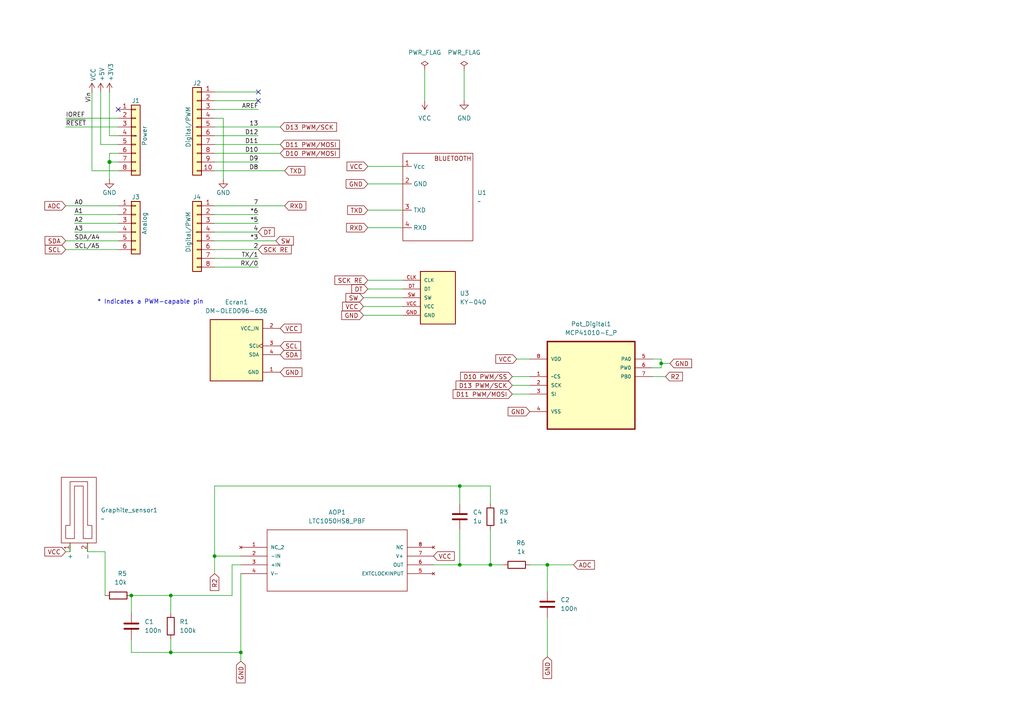
<source format=kicad_sch>
(kicad_sch
	(version 20250114)
	(generator "eeschema")
	(generator_version "9.0")
	(uuid "e63e39d7-6ac0-4ffd-8aa3-1841a4541b55")
	(paper "A4")
	(title_block
		(title "Flex Sensor board ")
		(date "2026-02-10")
		(rev "${VERSION_NUMBER}")
		(company "INSA Toulouse")
		(comment 2 "gil-lamassou@insa-toulouse.fr / prat-i-meler@insa-toulouse.fr")
		(comment 3 "Oscar GIL / Pau PRAT ")
		(comment 4 "CAO Operator: ")
	)
	(lib_symbols
		(symbol "Connector_Generic:Conn_01x06"
			(pin_names
				(offset 1.016)
				(hide yes)
			)
			(exclude_from_sim no)
			(in_bom yes)
			(on_board yes)
			(property "Reference" "J"
				(at 0 7.62 0)
				(effects
					(font
						(size 1.27 1.27)
					)
				)
			)
			(property "Value" "Conn_01x06"
				(at 0 -10.16 0)
				(effects
					(font
						(size 1.27 1.27)
					)
				)
			)
			(property "Footprint" ""
				(at 0 0 0)
				(effects
					(font
						(size 1.27 1.27)
					)
					(hide yes)
				)
			)
			(property "Datasheet" "~"
				(at 0 0 0)
				(effects
					(font
						(size 1.27 1.27)
					)
					(hide yes)
				)
			)
			(property "Description" "Generic connector, single row, 01x06, script generated (kicad-library-utils/schlib/autogen/connector/)"
				(at 0 0 0)
				(effects
					(font
						(size 1.27 1.27)
					)
					(hide yes)
				)
			)
			(property "ki_keywords" "connector"
				(at 0 0 0)
				(effects
					(font
						(size 1.27 1.27)
					)
					(hide yes)
				)
			)
			(property "ki_fp_filters" "Connector*:*_1x??_*"
				(at 0 0 0)
				(effects
					(font
						(size 1.27 1.27)
					)
					(hide yes)
				)
			)
			(symbol "Conn_01x06_1_1"
				(rectangle
					(start -1.27 6.35)
					(end 1.27 -8.89)
					(stroke
						(width 0.254)
						(type default)
					)
					(fill
						(type background)
					)
				)
				(rectangle
					(start -1.27 5.207)
					(end 0 4.953)
					(stroke
						(width 0.1524)
						(type default)
					)
					(fill
						(type none)
					)
				)
				(rectangle
					(start -1.27 2.667)
					(end 0 2.413)
					(stroke
						(width 0.1524)
						(type default)
					)
					(fill
						(type none)
					)
				)
				(rectangle
					(start -1.27 0.127)
					(end 0 -0.127)
					(stroke
						(width 0.1524)
						(type default)
					)
					(fill
						(type none)
					)
				)
				(rectangle
					(start -1.27 -2.413)
					(end 0 -2.667)
					(stroke
						(width 0.1524)
						(type default)
					)
					(fill
						(type none)
					)
				)
				(rectangle
					(start -1.27 -4.953)
					(end 0 -5.207)
					(stroke
						(width 0.1524)
						(type default)
					)
					(fill
						(type none)
					)
				)
				(rectangle
					(start -1.27 -7.493)
					(end 0 -7.747)
					(stroke
						(width 0.1524)
						(type default)
					)
					(fill
						(type none)
					)
				)
				(pin passive line
					(at -5.08 5.08 0)
					(length 3.81)
					(name "Pin_1"
						(effects
							(font
								(size 1.27 1.27)
							)
						)
					)
					(number "1"
						(effects
							(font
								(size 1.27 1.27)
							)
						)
					)
				)
				(pin passive line
					(at -5.08 2.54 0)
					(length 3.81)
					(name "Pin_2"
						(effects
							(font
								(size 1.27 1.27)
							)
						)
					)
					(number "2"
						(effects
							(font
								(size 1.27 1.27)
							)
						)
					)
				)
				(pin passive line
					(at -5.08 0 0)
					(length 3.81)
					(name "Pin_3"
						(effects
							(font
								(size 1.27 1.27)
							)
						)
					)
					(number "3"
						(effects
							(font
								(size 1.27 1.27)
							)
						)
					)
				)
				(pin passive line
					(at -5.08 -2.54 0)
					(length 3.81)
					(name "Pin_4"
						(effects
							(font
								(size 1.27 1.27)
							)
						)
					)
					(number "4"
						(effects
							(font
								(size 1.27 1.27)
							)
						)
					)
				)
				(pin passive line
					(at -5.08 -5.08 0)
					(length 3.81)
					(name "Pin_5"
						(effects
							(font
								(size 1.27 1.27)
							)
						)
					)
					(number "5"
						(effects
							(font
								(size 1.27 1.27)
							)
						)
					)
				)
				(pin passive line
					(at -5.08 -7.62 0)
					(length 3.81)
					(name "Pin_6"
						(effects
							(font
								(size 1.27 1.27)
							)
						)
					)
					(number "6"
						(effects
							(font
								(size 1.27 1.27)
							)
						)
					)
				)
			)
			(embedded_fonts no)
		)
		(symbol "Connector_Generic:Conn_01x08"
			(pin_names
				(offset 1.016)
				(hide yes)
			)
			(exclude_from_sim no)
			(in_bom yes)
			(on_board yes)
			(property "Reference" "J"
				(at 0 10.16 0)
				(effects
					(font
						(size 1.27 1.27)
					)
				)
			)
			(property "Value" "Conn_01x08"
				(at 0 -12.7 0)
				(effects
					(font
						(size 1.27 1.27)
					)
				)
			)
			(property "Footprint" ""
				(at 0 0 0)
				(effects
					(font
						(size 1.27 1.27)
					)
					(hide yes)
				)
			)
			(property "Datasheet" "~"
				(at 0 0 0)
				(effects
					(font
						(size 1.27 1.27)
					)
					(hide yes)
				)
			)
			(property "Description" "Generic connector, single row, 01x08, script generated (kicad-library-utils/schlib/autogen/connector/)"
				(at 0 0 0)
				(effects
					(font
						(size 1.27 1.27)
					)
					(hide yes)
				)
			)
			(property "ki_keywords" "connector"
				(at 0 0 0)
				(effects
					(font
						(size 1.27 1.27)
					)
					(hide yes)
				)
			)
			(property "ki_fp_filters" "Connector*:*_1x??_*"
				(at 0 0 0)
				(effects
					(font
						(size 1.27 1.27)
					)
					(hide yes)
				)
			)
			(symbol "Conn_01x08_1_1"
				(rectangle
					(start -1.27 8.89)
					(end 1.27 -11.43)
					(stroke
						(width 0.254)
						(type default)
					)
					(fill
						(type background)
					)
				)
				(rectangle
					(start -1.27 7.747)
					(end 0 7.493)
					(stroke
						(width 0.1524)
						(type default)
					)
					(fill
						(type none)
					)
				)
				(rectangle
					(start -1.27 5.207)
					(end 0 4.953)
					(stroke
						(width 0.1524)
						(type default)
					)
					(fill
						(type none)
					)
				)
				(rectangle
					(start -1.27 2.667)
					(end 0 2.413)
					(stroke
						(width 0.1524)
						(type default)
					)
					(fill
						(type none)
					)
				)
				(rectangle
					(start -1.27 0.127)
					(end 0 -0.127)
					(stroke
						(width 0.1524)
						(type default)
					)
					(fill
						(type none)
					)
				)
				(rectangle
					(start -1.27 -2.413)
					(end 0 -2.667)
					(stroke
						(width 0.1524)
						(type default)
					)
					(fill
						(type none)
					)
				)
				(rectangle
					(start -1.27 -4.953)
					(end 0 -5.207)
					(stroke
						(width 0.1524)
						(type default)
					)
					(fill
						(type none)
					)
				)
				(rectangle
					(start -1.27 -7.493)
					(end 0 -7.747)
					(stroke
						(width 0.1524)
						(type default)
					)
					(fill
						(type none)
					)
				)
				(rectangle
					(start -1.27 -10.033)
					(end 0 -10.287)
					(stroke
						(width 0.1524)
						(type default)
					)
					(fill
						(type none)
					)
				)
				(pin passive line
					(at -5.08 7.62 0)
					(length 3.81)
					(name "Pin_1"
						(effects
							(font
								(size 1.27 1.27)
							)
						)
					)
					(number "1"
						(effects
							(font
								(size 1.27 1.27)
							)
						)
					)
				)
				(pin passive line
					(at -5.08 5.08 0)
					(length 3.81)
					(name "Pin_2"
						(effects
							(font
								(size 1.27 1.27)
							)
						)
					)
					(number "2"
						(effects
							(font
								(size 1.27 1.27)
							)
						)
					)
				)
				(pin passive line
					(at -5.08 2.54 0)
					(length 3.81)
					(name "Pin_3"
						(effects
							(font
								(size 1.27 1.27)
							)
						)
					)
					(number "3"
						(effects
							(font
								(size 1.27 1.27)
							)
						)
					)
				)
				(pin passive line
					(at -5.08 0 0)
					(length 3.81)
					(name "Pin_4"
						(effects
							(font
								(size 1.27 1.27)
							)
						)
					)
					(number "4"
						(effects
							(font
								(size 1.27 1.27)
							)
						)
					)
				)
				(pin passive line
					(at -5.08 -2.54 0)
					(length 3.81)
					(name "Pin_5"
						(effects
							(font
								(size 1.27 1.27)
							)
						)
					)
					(number "5"
						(effects
							(font
								(size 1.27 1.27)
							)
						)
					)
				)
				(pin passive line
					(at -5.08 -5.08 0)
					(length 3.81)
					(name "Pin_6"
						(effects
							(font
								(size 1.27 1.27)
							)
						)
					)
					(number "6"
						(effects
							(font
								(size 1.27 1.27)
							)
						)
					)
				)
				(pin passive line
					(at -5.08 -7.62 0)
					(length 3.81)
					(name "Pin_7"
						(effects
							(font
								(size 1.27 1.27)
							)
						)
					)
					(number "7"
						(effects
							(font
								(size 1.27 1.27)
							)
						)
					)
				)
				(pin passive line
					(at -5.08 -10.16 0)
					(length 3.81)
					(name "Pin_8"
						(effects
							(font
								(size 1.27 1.27)
							)
						)
					)
					(number "8"
						(effects
							(font
								(size 1.27 1.27)
							)
						)
					)
				)
			)
			(embedded_fonts no)
		)
		(symbol "Connector_Generic:Conn_01x10"
			(pin_names
				(offset 1.016)
				(hide yes)
			)
			(exclude_from_sim no)
			(in_bom yes)
			(on_board yes)
			(property "Reference" "J"
				(at 0 12.7 0)
				(effects
					(font
						(size 1.27 1.27)
					)
				)
			)
			(property "Value" "Conn_01x10"
				(at 0 -15.24 0)
				(effects
					(font
						(size 1.27 1.27)
					)
				)
			)
			(property "Footprint" ""
				(at 0 0 0)
				(effects
					(font
						(size 1.27 1.27)
					)
					(hide yes)
				)
			)
			(property "Datasheet" "~"
				(at 0 0 0)
				(effects
					(font
						(size 1.27 1.27)
					)
					(hide yes)
				)
			)
			(property "Description" "Generic connector, single row, 01x10, script generated (kicad-library-utils/schlib/autogen/connector/)"
				(at 0 0 0)
				(effects
					(font
						(size 1.27 1.27)
					)
					(hide yes)
				)
			)
			(property "ki_keywords" "connector"
				(at 0 0 0)
				(effects
					(font
						(size 1.27 1.27)
					)
					(hide yes)
				)
			)
			(property "ki_fp_filters" "Connector*:*_1x??_*"
				(at 0 0 0)
				(effects
					(font
						(size 1.27 1.27)
					)
					(hide yes)
				)
			)
			(symbol "Conn_01x10_1_1"
				(rectangle
					(start -1.27 11.43)
					(end 1.27 -13.97)
					(stroke
						(width 0.254)
						(type default)
					)
					(fill
						(type background)
					)
				)
				(rectangle
					(start -1.27 10.287)
					(end 0 10.033)
					(stroke
						(width 0.1524)
						(type default)
					)
					(fill
						(type none)
					)
				)
				(rectangle
					(start -1.27 7.747)
					(end 0 7.493)
					(stroke
						(width 0.1524)
						(type default)
					)
					(fill
						(type none)
					)
				)
				(rectangle
					(start -1.27 5.207)
					(end 0 4.953)
					(stroke
						(width 0.1524)
						(type default)
					)
					(fill
						(type none)
					)
				)
				(rectangle
					(start -1.27 2.667)
					(end 0 2.413)
					(stroke
						(width 0.1524)
						(type default)
					)
					(fill
						(type none)
					)
				)
				(rectangle
					(start -1.27 0.127)
					(end 0 -0.127)
					(stroke
						(width 0.1524)
						(type default)
					)
					(fill
						(type none)
					)
				)
				(rectangle
					(start -1.27 -2.413)
					(end 0 -2.667)
					(stroke
						(width 0.1524)
						(type default)
					)
					(fill
						(type none)
					)
				)
				(rectangle
					(start -1.27 -4.953)
					(end 0 -5.207)
					(stroke
						(width 0.1524)
						(type default)
					)
					(fill
						(type none)
					)
				)
				(rectangle
					(start -1.27 -7.493)
					(end 0 -7.747)
					(stroke
						(width 0.1524)
						(type default)
					)
					(fill
						(type none)
					)
				)
				(rectangle
					(start -1.27 -10.033)
					(end 0 -10.287)
					(stroke
						(width 0.1524)
						(type default)
					)
					(fill
						(type none)
					)
				)
				(rectangle
					(start -1.27 -12.573)
					(end 0 -12.827)
					(stroke
						(width 0.1524)
						(type default)
					)
					(fill
						(type none)
					)
				)
				(pin passive line
					(at -5.08 10.16 0)
					(length 3.81)
					(name "Pin_1"
						(effects
							(font
								(size 1.27 1.27)
							)
						)
					)
					(number "1"
						(effects
							(font
								(size 1.27 1.27)
							)
						)
					)
				)
				(pin passive line
					(at -5.08 7.62 0)
					(length 3.81)
					(name "Pin_2"
						(effects
							(font
								(size 1.27 1.27)
							)
						)
					)
					(number "2"
						(effects
							(font
								(size 1.27 1.27)
							)
						)
					)
				)
				(pin passive line
					(at -5.08 5.08 0)
					(length 3.81)
					(name "Pin_3"
						(effects
							(font
								(size 1.27 1.27)
							)
						)
					)
					(number "3"
						(effects
							(font
								(size 1.27 1.27)
							)
						)
					)
				)
				(pin passive line
					(at -5.08 2.54 0)
					(length 3.81)
					(name "Pin_4"
						(effects
							(font
								(size 1.27 1.27)
							)
						)
					)
					(number "4"
						(effects
							(font
								(size 1.27 1.27)
							)
						)
					)
				)
				(pin passive line
					(at -5.08 0 0)
					(length 3.81)
					(name "Pin_5"
						(effects
							(font
								(size 1.27 1.27)
							)
						)
					)
					(number "5"
						(effects
							(font
								(size 1.27 1.27)
							)
						)
					)
				)
				(pin passive line
					(at -5.08 -2.54 0)
					(length 3.81)
					(name "Pin_6"
						(effects
							(font
								(size 1.27 1.27)
							)
						)
					)
					(number "6"
						(effects
							(font
								(size 1.27 1.27)
							)
						)
					)
				)
				(pin passive line
					(at -5.08 -5.08 0)
					(length 3.81)
					(name "Pin_7"
						(effects
							(font
								(size 1.27 1.27)
							)
						)
					)
					(number "7"
						(effects
							(font
								(size 1.27 1.27)
							)
						)
					)
				)
				(pin passive line
					(at -5.08 -7.62 0)
					(length 3.81)
					(name "Pin_8"
						(effects
							(font
								(size 1.27 1.27)
							)
						)
					)
					(number "8"
						(effects
							(font
								(size 1.27 1.27)
							)
						)
					)
				)
				(pin passive line
					(at -5.08 -10.16 0)
					(length 3.81)
					(name "Pin_9"
						(effects
							(font
								(size 1.27 1.27)
							)
						)
					)
					(number "9"
						(effects
							(font
								(size 1.27 1.27)
							)
						)
					)
				)
				(pin passive line
					(at -5.08 -12.7 0)
					(length 3.81)
					(name "Pin_10"
						(effects
							(font
								(size 1.27 1.27)
							)
						)
					)
					(number "10"
						(effects
							(font
								(size 1.27 1.27)
							)
						)
					)
				)
			)
			(embedded_fonts no)
		)
		(symbol "Device:C"
			(pin_numbers
				(hide yes)
			)
			(pin_names
				(offset 0.254)
			)
			(exclude_from_sim no)
			(in_bom yes)
			(on_board yes)
			(property "Reference" "C"
				(at 0.635 2.54 0)
				(effects
					(font
						(size 1.27 1.27)
					)
					(justify left)
				)
			)
			(property "Value" "C"
				(at 0.635 -2.54 0)
				(effects
					(font
						(size 1.27 1.27)
					)
					(justify left)
				)
			)
			(property "Footprint" ""
				(at 0.9652 -3.81 0)
				(effects
					(font
						(size 1.27 1.27)
					)
					(hide yes)
				)
			)
			(property "Datasheet" "~"
				(at 0 0 0)
				(effects
					(font
						(size 1.27 1.27)
					)
					(hide yes)
				)
			)
			(property "Description" "Unpolarized capacitor"
				(at 0 0 0)
				(effects
					(font
						(size 1.27 1.27)
					)
					(hide yes)
				)
			)
			(property "ki_keywords" "cap capacitor"
				(at 0 0 0)
				(effects
					(font
						(size 1.27 1.27)
					)
					(hide yes)
				)
			)
			(property "ki_fp_filters" "C_*"
				(at 0 0 0)
				(effects
					(font
						(size 1.27 1.27)
					)
					(hide yes)
				)
			)
			(symbol "C_0_1"
				(polyline
					(pts
						(xy -2.032 0.762) (xy 2.032 0.762)
					)
					(stroke
						(width 0.508)
						(type default)
					)
					(fill
						(type none)
					)
				)
				(polyline
					(pts
						(xy -2.032 -0.762) (xy 2.032 -0.762)
					)
					(stroke
						(width 0.508)
						(type default)
					)
					(fill
						(type none)
					)
				)
			)
			(symbol "C_1_1"
				(pin passive line
					(at 0 3.81 270)
					(length 2.794)
					(name "~"
						(effects
							(font
								(size 1.27 1.27)
							)
						)
					)
					(number "1"
						(effects
							(font
								(size 1.27 1.27)
							)
						)
					)
				)
				(pin passive line
					(at 0 -3.81 90)
					(length 2.794)
					(name "~"
						(effects
							(font
								(size 1.27 1.27)
							)
						)
					)
					(number "2"
						(effects
							(font
								(size 1.27 1.27)
							)
						)
					)
				)
			)
			(embedded_fonts no)
		)
		(symbol "Device:R"
			(pin_numbers
				(hide yes)
			)
			(pin_names
				(offset 0)
			)
			(exclude_from_sim no)
			(in_bom yes)
			(on_board yes)
			(property "Reference" "R"
				(at 2.032 0 90)
				(effects
					(font
						(size 1.27 1.27)
					)
				)
			)
			(property "Value" "R"
				(at 0 0 90)
				(effects
					(font
						(size 1.27 1.27)
					)
				)
			)
			(property "Footprint" ""
				(at -1.778 0 90)
				(effects
					(font
						(size 1.27 1.27)
					)
					(hide yes)
				)
			)
			(property "Datasheet" "~"
				(at 0 0 0)
				(effects
					(font
						(size 1.27 1.27)
					)
					(hide yes)
				)
			)
			(property "Description" "Resistor"
				(at 0 0 0)
				(effects
					(font
						(size 1.27 1.27)
					)
					(hide yes)
				)
			)
			(property "ki_keywords" "R res resistor"
				(at 0 0 0)
				(effects
					(font
						(size 1.27 1.27)
					)
					(hide yes)
				)
			)
			(property "ki_fp_filters" "R_*"
				(at 0 0 0)
				(effects
					(font
						(size 1.27 1.27)
					)
					(hide yes)
				)
			)
			(symbol "R_0_1"
				(rectangle
					(start -1.016 -2.54)
					(end 1.016 2.54)
					(stroke
						(width 0.254)
						(type default)
					)
					(fill
						(type none)
					)
				)
			)
			(symbol "R_1_1"
				(pin passive line
					(at 0 3.81 270)
					(length 1.27)
					(name "~"
						(effects
							(font
								(size 1.27 1.27)
							)
						)
					)
					(number "1"
						(effects
							(font
								(size 1.27 1.27)
							)
						)
					)
				)
				(pin passive line
					(at 0 -3.81 90)
					(length 1.27)
					(name "~"
						(effects
							(font
								(size 1.27 1.27)
							)
						)
					)
					(number "2"
						(effects
							(font
								(size 1.27 1.27)
							)
						)
					)
				)
			)
			(embedded_fonts no)
		)
		(symbol "graphite_library:BT_HC05"
			(exclude_from_sim no)
			(in_bom yes)
			(on_board yes)
			(property "Reference" "U1"
				(at 11.43 1.2701 0)
				(effects
					(font
						(size 1.27 1.27)
					)
					(justify left)
				)
			)
			(property "Value" "~"
				(at 11.43 -1.2699 0)
				(effects
					(font
						(size 1.27 1.27)
					)
					(justify left)
				)
			)
			(property "Footprint" "graphite_emprunts:BT_HC05"
				(at 0 0 0)
				(effects
					(font
						(size 1.27 1.27)
					)
					(hide yes)
				)
			)
			(property "Datasheet" ""
				(at 0 0 0)
				(effects
					(font
						(size 1.27 1.27)
					)
					(hide yes)
				)
			)
			(property "Description" ""
				(at 0 0 0)
				(effects
					(font
						(size 1.27 1.27)
					)
					(hide yes)
				)
			)
			(symbol "BT_HC05_0_1"
				(rectangle
					(start -10.16 12.7)
					(end 10.16 -12.7)
					(stroke
						(width 0)
						(type default)
					)
					(fill
						(type none)
					)
				)
			)
			(symbol "BT_HC05_1_1"
				(text "BLUETOOTH\n"
					(at 4.318 11.176 0)
					(effects
						(font
							(size 1.27 1.27)
						)
					)
				)
				(pin input line
					(at -10.16 8.89 0)
					(length 2.54)
					(name "Vcc"
						(effects
							(font
								(size 1.27 1.27)
							)
						)
					)
					(number "1"
						(effects
							(font
								(size 1.27 1.27)
							)
						)
					)
				)
				(pin input line
					(at -10.16 3.81 0)
					(length 2.54)
					(name "GND"
						(effects
							(font
								(size 1.27 1.27)
							)
						)
					)
					(number "2"
						(effects
							(font
								(size 1.27 1.27)
							)
						)
					)
				)
				(pin input line
					(at -10.16 -3.81 0)
					(length 2.54)
					(name "TXD"
						(effects
							(font
								(size 1.27 1.27)
							)
						)
					)
					(number "3"
						(effects
							(font
								(size 1.27 1.27)
							)
						)
					)
				)
				(pin input line
					(at -10.16 -8.89 0)
					(length 2.54)
					(name "RXD"
						(effects
							(font
								(size 1.27 1.27)
							)
						)
					)
					(number "4"
						(effects
							(font
								(size 1.27 1.27)
							)
						)
					)
				)
			)
			(embedded_fonts no)
		)
		(symbol "graphite_library:DM-OLED096-636"
			(pin_names
				(offset 1.016)
			)
			(exclude_from_sim no)
			(in_bom yes)
			(on_board yes)
			(property "Reference" "U"
				(at -7.62 10.922 0)
				(effects
					(font
						(size 1.27 1.27)
					)
					(justify left bottom)
				)
			)
			(property "Value" "DM-OLED096-636"
				(at -7.62 -10.16 0)
				(effects
					(font
						(size 1.27 1.27)
					)
					(justify left bottom)
				)
			)
			(property "Footprint" ""
				(at 0 0 0)
				(effects
					(font
						(size 1.27 1.27)
					)
					(justify bottom)
					(hide yes)
				)
			)
			(property "Datasheet" ""
				(at 0 0 0)
				(effects
					(font
						(size 1.27 1.27)
					)
					(hide yes)
				)
			)
			(property "Description" ""
				(at 0 0 0)
				(effects
					(font
						(size 1.27 1.27)
					)
					(hide yes)
				)
			)
			(property "MF" ""
				(at 0 0 0)
				(effects
					(font
						(size 1.27 1.27)
					)
					(justify bottom)
					(hide yes)
				)
			)
			(property "MAXIMUM_PACKAGE_HEIGHT" ""
				(at 0 0 0)
				(effects
					(font
						(size 1.27 1.27)
					)
					(justify bottom)
					(hide yes)
				)
			)
			(property "Package" ""
				(at 0 0 0)
				(effects
					(font
						(size 1.27 1.27)
					)
					(justify bottom)
					(hide yes)
				)
			)
			(property "Price" ""
				(at 0 0 0)
				(effects
					(font
						(size 1.27 1.27)
					)
					(justify bottom)
					(hide yes)
				)
			)
			(property "Check_prices" ""
				(at 0 0 0)
				(effects
					(font
						(size 1.27 1.27)
					)
					(justify bottom)
					(hide yes)
				)
			)
			(property "STANDARD" ""
				(at 0 0 0)
				(effects
					(font
						(size 1.27 1.27)
					)
					(justify bottom)
					(hide yes)
				)
			)
			(property "PARTREV" ""
				(at 0 0 0)
				(effects
					(font
						(size 1.27 1.27)
					)
					(justify bottom)
					(hide yes)
				)
			)
			(property "SnapEDA_Link" ""
				(at 0 0 0)
				(effects
					(font
						(size 1.27 1.27)
					)
					(justify bottom)
					(hide yes)
				)
			)
			(property "MP" ""
				(at 0 0 0)
				(effects
					(font
						(size 1.27 1.27)
					)
					(justify bottom)
					(hide yes)
				)
			)
			(property "Description_1" ""
				(at 0 0 0)
				(effects
					(font
						(size 1.27 1.27)
					)
					(justify bottom)
					(hide yes)
				)
			)
			(property "Availability" ""
				(at 0 0 0)
				(effects
					(font
						(size 1.27 1.27)
					)
					(justify bottom)
					(hide yes)
				)
			)
			(property "MANUFACTURER" ""
				(at 0 0 0)
				(effects
					(font
						(size 1.27 1.27)
					)
					(justify bottom)
					(hide yes)
				)
			)
			(symbol "DM-OLED096-636_0_0"
				(rectangle
					(start -7.62 10.16)
					(end 7.62 -7.62)
					(stroke
						(width 0.254)
						(type default)
					)
					(fill
						(type background)
					)
				)
				(pin power_in line
					(at 12.7 7.62 180)
					(length 5.08)
					(name "VCC_IN"
						(effects
							(font
								(size 1.016 1.016)
							)
						)
					)
					(number "2"
						(effects
							(font
								(size 1.016 1.016)
							)
						)
					)
				)
				(pin input clock
					(at 12.7 2.54 180)
					(length 5.08)
					(name "SCL"
						(effects
							(font
								(size 1.016 1.016)
							)
						)
					)
					(number "3"
						(effects
							(font
								(size 1.016 1.016)
							)
						)
					)
				)
				(pin bidirectional line
					(at 12.7 0 180)
					(length 5.08)
					(name "SDA"
						(effects
							(font
								(size 1.016 1.016)
							)
						)
					)
					(number "4"
						(effects
							(font
								(size 1.016 1.016)
							)
						)
					)
				)
				(pin power_in line
					(at 12.7 -5.08 180)
					(length 5.08)
					(name "GND"
						(effects
							(font
								(size 1.016 1.016)
							)
						)
					)
					(number "1"
						(effects
							(font
								(size 1.016 1.016)
							)
						)
					)
				)
			)
			(embedded_fonts no)
		)
		(symbol "graphite_library:Graphite_Sensor"
			(exclude_from_sim no)
			(in_bom yes)
			(on_board yes)
			(property "Reference" "U"
				(at 0 0 0)
				(effects
					(font
						(size 1.27 1.27)
					)
				)
			)
			(property "Value" ""
				(at 0 0 0)
				(effects
					(font
						(size 1.27 1.27)
					)
				)
			)
			(property "Footprint" ""
				(at 0 0 0)
				(effects
					(font
						(size 1.27 1.27)
					)
					(hide yes)
				)
			)
			(property "Datasheet" ""
				(at 0 0 0)
				(effects
					(font
						(size 1.27 1.27)
					)
					(hide yes)
				)
			)
			(property "Description" ""
				(at 0 0 0)
				(effects
					(font
						(size 1.27 1.27)
					)
					(hide yes)
				)
			)
			(symbol "Graphite_Sensor_0_1"
				(rectangle
					(start -5.08 10.16)
					(end 5.08 -8.89)
					(stroke
						(width 0)
						(type default)
					)
					(fill
						(type none)
					)
				)
				(polyline
					(pts
						(xy -3.81 -5.08) (xy -3.81 -7.62) (xy -1.27 -7.62) (xy -1.27 7.62) (xy 1.27 7.62) (xy 1.27 -7.62)
						(xy 3.81 -7.62) (xy 3.81 -3.81) (xy 2.54 -3.81) (xy 2.54 8.89) (xy -2.54 8.89) (xy -2.54 -3.81)
						(xy -3.81 -3.81) (xy -3.81 -5.08)
					)
					(stroke
						(width 0)
						(type default)
					)
					(fill
						(type none)
					)
				)
			)
			(symbol "Graphite_Sensor_1_1"
				(pin input line
					(at -2.54 -8.89 270)
					(length 2.54)
					(name "+"
						(effects
							(font
								(size 1.27 1.27)
							)
						)
					)
					(number "1"
						(effects
							(font
								(size 1.27 1.27)
							)
						)
					)
				)
				(pin input line
					(at 2.54 -8.89 270)
					(length 2.54)
					(name "-"
						(effects
							(font
								(size 1.27 1.27)
							)
						)
					)
					(number "2"
						(effects
							(font
								(size 1.27 1.27)
							)
						)
					)
				)
			)
			(embedded_fonts no)
		)
		(symbol "graphite_library:KY-040"
			(pin_names
				(offset 1.016)
			)
			(exclude_from_sim no)
			(in_bom yes)
			(on_board yes)
			(property "Reference" "U3"
				(at 6.35 1.2701 0)
				(effects
					(font
						(size 1.27 1.27)
					)
					(justify left)
				)
			)
			(property "Value" "KY-040"
				(at 6.35 -1.2699 0)
				(effects
					(font
						(size 1.27 1.27)
					)
					(justify left)
				)
			)
			(property "Footprint" "graphite_emprunts:KY-040-PORT"
				(at 0 0 0)
				(effects
					(font
						(size 1.27 1.27)
					)
					(justify bottom)
					(hide yes)
				)
			)
			(property "Datasheet" ""
				(at 0 0 0)
				(effects
					(font
						(size 1.27 1.27)
					)
					(hide yes)
				)
			)
			(property "Description" ""
				(at 0 0 0)
				(effects
					(font
						(size 1.27 1.27)
					)
					(hide yes)
				)
			)
			(property "MF" ""
				(at 0 0 0)
				(effects
					(font
						(size 1.27 1.27)
					)
					(justify bottom)
					(hide yes)
				)
			)
			(property "Description_1" ""
				(at 0 0 0)
				(effects
					(font
						(size 1.27 1.27)
					)
					(justify bottom)
					(hide yes)
				)
			)
			(property "Package" ""
				(at 0 0 0)
				(effects
					(font
						(size 1.27 1.27)
					)
					(justify bottom)
					(hide yes)
				)
			)
			(property "Price" ""
				(at 0 0 0)
				(effects
					(font
						(size 1.27 1.27)
					)
					(justify bottom)
					(hide yes)
				)
			)
			(property "SnapEDA_Link" ""
				(at 0 0 0)
				(effects
					(font
						(size 1.27 1.27)
					)
					(justify bottom)
					(hide yes)
				)
			)
			(property "MP" ""
				(at 3.048 0.254 90)
				(effects
					(font
						(size 1.27 1.27)
					)
					(justify bottom)
					(hide yes)
				)
			)
			(property "Availability" ""
				(at 0 0 0)
				(effects
					(font
						(size 1.27 1.27)
					)
					(justify bottom)
					(hide yes)
				)
			)
			(property "Check_prices" ""
				(at 0 0 0)
				(effects
					(font
						(size 1.27 1.27)
					)
					(justify bottom)
					(hide yes)
				)
			)
			(symbol "KY-040_0_0"
				(rectangle
					(start -5.08 7.62)
					(end 5.08 -7.62)
					(stroke
						(width 0.254)
						(type default)
					)
					(fill
						(type background)
					)
				)
			)
			(symbol "KY-040_1_0"
				(pin output line
					(at -10.16 5.08 0)
					(length 5.08)
					(name "CLK"
						(effects
							(font
								(size 1.016 1.016)
							)
						)
					)
					(number "CLK"
						(effects
							(font
								(size 1.016 1.016)
							)
						)
					)
				)
				(pin output line
					(at -10.16 2.54 0)
					(length 5.08)
					(name "DT"
						(effects
							(font
								(size 1.016 1.016)
							)
						)
					)
					(number "DT"
						(effects
							(font
								(size 1.016 1.016)
							)
						)
					)
				)
				(pin output line
					(at -10.16 0 0)
					(length 5.08)
					(name "SW"
						(effects
							(font
								(size 1.016 1.016)
							)
						)
					)
					(number "SW"
						(effects
							(font
								(size 1.016 1.016)
							)
						)
					)
				)
				(pin power_in line
					(at -10.16 -2.54 0)
					(length 5.08)
					(name "VCC"
						(effects
							(font
								(size 1.016 1.016)
							)
						)
					)
					(number "VCC"
						(effects
							(font
								(size 1.016 1.016)
							)
						)
					)
				)
				(pin power_in line
					(at -10.16 -5.08 0)
					(length 5.08)
					(name "GND"
						(effects
							(font
								(size 1.016 1.016)
							)
						)
					)
					(number "GND"
						(effects
							(font
								(size 1.016 1.016)
							)
						)
					)
				)
			)
			(embedded_fonts no)
		)
		(symbol "graphite_library:LTC1050HS8_PBF"
			(pin_names
				(offset 1.016)
			)
			(exclude_from_sim no)
			(in_bom yes)
			(on_board yes)
			(property "Reference" "U2"
				(at 27.94 10.16 0)
				(effects
					(font
						(size 1.27 1.27)
					)
				)
			)
			(property "Value" "LTC1050HS8_PBF"
				(at 27.94 7.62 0)
				(effects
					(font
						(size 1.27 1.27)
					)
				)
			)
			(property "Footprint" "graphite_emprunts:LTC1050HS8_PBF"
				(at -4.318 10.16 0)
				(effects
					(font
						(size 1.27 1.27)
					)
					(justify bottom)
					(hide yes)
				)
			)
			(property "Datasheet" ""
				(at 0 0 0)
				(effects
					(font
						(size 1.27 1.27)
					)
					(hide yes)
				)
			)
			(property "Description" ""
				(at 0 0 0)
				(effects
					(font
						(size 1.27 1.27)
					)
					(hide yes)
				)
			)
			(property "MF" ""
				(at -8.128 3.048 0)
				(effects
					(font
						(size 1.27 1.27)
					)
					(justify bottom)
					(hide yes)
				)
			)
			(property "VENDOR" ""
				(at 0 0 0)
				(effects
					(font
						(size 1.27 1.27)
					)
					(justify bottom)
					(hide yes)
				)
			)
			(property "Description_1" ""
				(at 0 0 0)
				(effects
					(font
						(size 1.27 1.27)
					)
					(justify bottom)
					(hide yes)
				)
			)
			(property "Package" ""
				(at 0 0 0)
				(effects
					(font
						(size 1.27 1.27)
					)
					(justify bottom)
					(hide yes)
				)
			)
			(property "Price" ""
				(at -7.112 3.81 0)
				(effects
					(font
						(size 1.27 1.27)
					)
					(justify bottom)
					(hide yes)
				)
			)
			(property "Check_prices" ""
				(at 0 0 0)
				(effects
					(font
						(size 1.27 1.27)
					)
					(justify bottom)
					(hide yes)
				)
			)
			(property "SnapEDA_Link" ""
				(at 0 0 0)
				(effects
					(font
						(size 1.27 1.27)
					)
					(justify bottom)
					(hide yes)
				)
			)
			(property "MP" ""
				(at -8.128 3.048 0)
				(effects
					(font
						(size 1.27 1.27)
					)
					(justify bottom)
					(hide yes)
				)
			)
			(property "Purchase-URL" ""
				(at 0 0 0)
				(effects
					(font
						(size 1.27 1.27)
					)
					(justify bottom)
					(hide yes)
				)
			)
			(property "Availability" ""
				(at -7.112 3.81 0)
				(effects
					(font
						(size 1.27 1.27)
					)
					(justify bottom)
					(hide yes)
				)
			)
			(property "MANUFACTURER_PART_NUMBER" ""
				(at -8.636 3.556 0)
				(effects
					(font
						(size 1.27 1.27)
					)
					(justify bottom)
					(hide yes)
				)
			)
			(symbol "LTC1050HS8_PBF_0_0"
				(polyline
					(pts
						(xy 7.62 5.08) (xy 7.62 -12.7)
					)
					(stroke
						(width 0.1524)
						(type default)
					)
					(fill
						(type none)
					)
				)
				(polyline
					(pts
						(xy 7.62 -12.7) (xy 48.26 -12.7)
					)
					(stroke
						(width 0.1524)
						(type default)
					)
					(fill
						(type none)
					)
				)
				(polyline
					(pts
						(xy 48.26 5.08) (xy 7.62 5.08)
					)
					(stroke
						(width 0.1524)
						(type default)
					)
					(fill
						(type none)
					)
				)
				(polyline
					(pts
						(xy 48.26 -12.7) (xy 48.26 5.08)
					)
					(stroke
						(width 0.1524)
						(type default)
					)
					(fill
						(type none)
					)
				)
				(pin no_connect line
					(at 0 0 0)
					(length 7.62)
					(name "NC_2"
						(effects
							(font
								(size 1.016 1.016)
							)
						)
					)
					(number "1"
						(effects
							(font
								(size 1.016 1.016)
							)
						)
					)
				)
				(pin input line
					(at 0 -2.54 0)
					(length 7.62)
					(name "-IN"
						(effects
							(font
								(size 1.016 1.016)
							)
						)
					)
					(number "2"
						(effects
							(font
								(size 1.016 1.016)
							)
						)
					)
				)
				(pin input line
					(at 0 -5.08 0)
					(length 7.62)
					(name "+IN"
						(effects
							(font
								(size 1.016 1.016)
							)
						)
					)
					(number "3"
						(effects
							(font
								(size 1.016 1.016)
							)
						)
					)
				)
				(pin power_in line
					(at 0 -7.62 0)
					(length 7.62)
					(name "V-"
						(effects
							(font
								(size 1.016 1.016)
							)
						)
					)
					(number "4"
						(effects
							(font
								(size 1.016 1.016)
							)
						)
					)
				)
				(pin no_connect line
					(at 55.88 0 180)
					(length 7.62)
					(name "NC"
						(effects
							(font
								(size 1.016 1.016)
							)
						)
					)
					(number "8"
						(effects
							(font
								(size 1.016 1.016)
							)
						)
					)
				)
				(pin power_in line
					(at 55.88 -2.54 180)
					(length 7.62)
					(name "V+"
						(effects
							(font
								(size 1.016 1.016)
							)
						)
					)
					(number "7"
						(effects
							(font
								(size 1.016 1.016)
							)
						)
					)
				)
				(pin output line
					(at 55.88 -5.08 180)
					(length 7.62)
					(name "OUT"
						(effects
							(font
								(size 1.016 1.016)
							)
						)
					)
					(number "6"
						(effects
							(font
								(size 1.016 1.016)
							)
						)
					)
				)
			)
			(symbol "LTC1050HS8_PBF_1_0"
				(pin no_connect line
					(at 55.88 -7.62 180)
					(length 7.62)
					(name "EXTCLOCKINPUT"
						(effects
							(font
								(size 1.016 1.016)
							)
						)
					)
					(number "5"
						(effects
							(font
								(size 1.016 1.016)
							)
						)
					)
				)
			)
			(embedded_fonts no)
		)
		(symbol "graphite_library:MCP41010-E_P"
			(pin_names
				(offset 1.016)
			)
			(exclude_from_sim no)
			(in_bom yes)
			(on_board yes)
			(property "Reference" "Pot_Digital1"
				(at 0 15.24 0)
				(effects
					(font
						(size 1.27 1.27)
					)
				)
			)
			(property "Value" "MCP41010-E_P"
				(at 0 12.7 0)
				(effects
					(font
						(size 1.27 1.27)
					)
				)
			)
			(property "Footprint" "graphite_emprunts:MCP41010"
				(at 0 0 0)
				(effects
					(font
						(size 1.27 1.27)
					)
					(justify bottom)
					(hide yes)
				)
			)
			(property "Datasheet" ""
				(at 0 0 0)
				(effects
					(font
						(size 1.27 1.27)
					)
					(hide yes)
				)
			)
			(property "Description" ""
				(at 0 0 0)
				(effects
					(font
						(size 1.27 1.27)
					)
					(hide yes)
				)
			)
			(property "DigiKey_Part_Number" ""
				(at 0 0 0)
				(effects
					(font
						(size 1.27 1.27)
					)
					(justify bottom)
					(hide yes)
				)
			)
			(property "SnapEDA_Link" ""
				(at 0 0 0)
				(effects
					(font
						(size 1.27 1.27)
					)
					(justify bottom)
					(hide yes)
				)
			)
			(property "Description_1" ""
				(at 0 0 0)
				(effects
					(font
						(size 1.27 1.27)
					)
					(justify bottom)
					(hide yes)
				)
			)
			(property "PACKAGE" ""
				(at 0 0 0)
				(effects
					(font
						(size 1.27 1.27)
					)
					(justify bottom)
					(hide yes)
				)
			)
			(property "MPN" ""
				(at 0 0 0)
				(effects
					(font
						(size 1.27 1.27)
					)
					(justify bottom)
					(hide yes)
				)
			)
			(property "Package" ""
				(at 0 0 0)
				(effects
					(font
						(size 1.27 1.27)
					)
					(justify bottom)
					(hide yes)
				)
			)
			(property "OC_FARNELL" ""
				(at 0 0 0)
				(effects
					(font
						(size 1.27 1.27)
					)
					(justify bottom)
					(hide yes)
				)
			)
			(property "MF" ""
				(at 0 0 0)
				(effects
					(font
						(size 1.27 1.27)
					)
					(justify bottom)
					(hide yes)
				)
			)
			(property "MP" ""
				(at 0 0 0)
				(effects
					(font
						(size 1.27 1.27)
					)
					(justify bottom)
					(hide yes)
				)
			)
			(property "SUPPLIER" ""
				(at 0 0 0)
				(effects
					(font
						(size 1.27 1.27)
					)
					(justify bottom)
					(hide yes)
				)
			)
			(property "OC_NEWARK" ""
				(at 0 0 0)
				(effects
					(font
						(size 1.27 1.27)
					)
					(justify bottom)
					(hide yes)
				)
			)
			(property "Check_prices" ""
				(at 0 0 0)
				(effects
					(font
						(size 1.27 1.27)
					)
					(justify bottom)
					(hide yes)
				)
			)
			(symbol "MCP41010-E_P_0_0"
				(rectangle
					(start -12.7 -15.24)
					(end 12.7 10.16)
					(stroke
						(width 0.4064)
						(type default)
					)
					(fill
						(type background)
					)
				)
				(pin power_in line
					(at -17.78 5.08 0)
					(length 5.08)
					(name "VDD"
						(effects
							(font
								(size 1.016 1.016)
							)
						)
					)
					(number "8"
						(effects
							(font
								(size 1.016 1.016)
							)
						)
					)
				)
				(pin input line
					(at -17.78 0 0)
					(length 5.08)
					(name "~CS"
						(effects
							(font
								(size 1.016 1.016)
							)
						)
					)
					(number "1"
						(effects
							(font
								(size 1.016 1.016)
							)
						)
					)
				)
				(pin input line
					(at -17.78 -2.54 0)
					(length 5.08)
					(name "SCK"
						(effects
							(font
								(size 1.016 1.016)
							)
						)
					)
					(number "2"
						(effects
							(font
								(size 1.016 1.016)
							)
						)
					)
				)
				(pin input line
					(at -17.78 -5.08 0)
					(length 5.08)
					(name "SI"
						(effects
							(font
								(size 1.016 1.016)
							)
						)
					)
					(number "3"
						(effects
							(font
								(size 1.016 1.016)
							)
						)
					)
				)
				(pin passive line
					(at -17.78 -10.16 0)
					(length 5.08)
					(name "VSS"
						(effects
							(font
								(size 1.016 1.016)
							)
						)
					)
					(number "4"
						(effects
							(font
								(size 1.016 1.016)
							)
						)
					)
				)
				(pin passive line
					(at 17.78 5.08 180)
					(length 5.08)
					(name "PA0"
						(effects
							(font
								(size 1.016 1.016)
							)
						)
					)
					(number "5"
						(effects
							(font
								(size 1.016 1.016)
							)
						)
					)
				)
				(pin passive line
					(at 17.78 0 180)
					(length 5.08)
					(name "PB0"
						(effects
							(font
								(size 1.016 1.016)
							)
						)
					)
					(number "7"
						(effects
							(font
								(size 1.016 1.016)
							)
						)
					)
				)
			)
			(symbol "MCP41010-E_P_1_0"
				(pin passive line
					(at 17.78 2.54 180)
					(length 5.08)
					(name "PW0"
						(effects
							(font
								(size 1.016 1.016)
							)
						)
					)
					(number "6"
						(effects
							(font
								(size 1.016 1.016)
							)
						)
					)
				)
			)
			(embedded_fonts no)
		)
		(symbol "power:+3V3"
			(power)
			(pin_numbers
				(hide yes)
			)
			(pin_names
				(offset 0)
				(hide yes)
			)
			(exclude_from_sim no)
			(in_bom yes)
			(on_board yes)
			(property "Reference" "#PWR"
				(at 0 -3.81 0)
				(effects
					(font
						(size 1.27 1.27)
					)
					(hide yes)
				)
			)
			(property "Value" "+3V3"
				(at 0 3.556 0)
				(effects
					(font
						(size 1.27 1.27)
					)
				)
			)
			(property "Footprint" ""
				(at 0 0 0)
				(effects
					(font
						(size 1.27 1.27)
					)
					(hide yes)
				)
			)
			(property "Datasheet" ""
				(at 0 0 0)
				(effects
					(font
						(size 1.27 1.27)
					)
					(hide yes)
				)
			)
			(property "Description" "Power symbol creates a global label with name \"+3V3\""
				(at 0 0 0)
				(effects
					(font
						(size 1.27 1.27)
					)
					(hide yes)
				)
			)
			(property "ki_keywords" "global power"
				(at 0 0 0)
				(effects
					(font
						(size 1.27 1.27)
					)
					(hide yes)
				)
			)
			(symbol "+3V3_0_1"
				(polyline
					(pts
						(xy -0.762 1.27) (xy 0 2.54)
					)
					(stroke
						(width 0)
						(type default)
					)
					(fill
						(type none)
					)
				)
				(polyline
					(pts
						(xy 0 2.54) (xy 0.762 1.27)
					)
					(stroke
						(width 0)
						(type default)
					)
					(fill
						(type none)
					)
				)
				(polyline
					(pts
						(xy 0 0) (xy 0 2.54)
					)
					(stroke
						(width 0)
						(type default)
					)
					(fill
						(type none)
					)
				)
			)
			(symbol "+3V3_1_1"
				(pin power_in line
					(at 0 0 90)
					(length 0)
					(name "~"
						(effects
							(font
								(size 1.27 1.27)
							)
						)
					)
					(number "1"
						(effects
							(font
								(size 1.27 1.27)
							)
						)
					)
				)
			)
			(embedded_fonts no)
		)
		(symbol "power:+5V"
			(power)
			(pin_numbers
				(hide yes)
			)
			(pin_names
				(offset 0)
				(hide yes)
			)
			(exclude_from_sim no)
			(in_bom yes)
			(on_board yes)
			(property "Reference" "#PWR"
				(at 0 -3.81 0)
				(effects
					(font
						(size 1.27 1.27)
					)
					(hide yes)
				)
			)
			(property "Value" "+5V"
				(at 0 3.556 0)
				(effects
					(font
						(size 1.27 1.27)
					)
				)
			)
			(property "Footprint" ""
				(at 0 0 0)
				(effects
					(font
						(size 1.27 1.27)
					)
					(hide yes)
				)
			)
			(property "Datasheet" ""
				(at 0 0 0)
				(effects
					(font
						(size 1.27 1.27)
					)
					(hide yes)
				)
			)
			(property "Description" "Power symbol creates a global label with name \"+5V\""
				(at 0 0 0)
				(effects
					(font
						(size 1.27 1.27)
					)
					(hide yes)
				)
			)
			(property "ki_keywords" "global power"
				(at 0 0 0)
				(effects
					(font
						(size 1.27 1.27)
					)
					(hide yes)
				)
			)
			(symbol "+5V_0_1"
				(polyline
					(pts
						(xy -0.762 1.27) (xy 0 2.54)
					)
					(stroke
						(width 0)
						(type default)
					)
					(fill
						(type none)
					)
				)
				(polyline
					(pts
						(xy 0 2.54) (xy 0.762 1.27)
					)
					(stroke
						(width 0)
						(type default)
					)
					(fill
						(type none)
					)
				)
				(polyline
					(pts
						(xy 0 0) (xy 0 2.54)
					)
					(stroke
						(width 0)
						(type default)
					)
					(fill
						(type none)
					)
				)
			)
			(symbol "+5V_1_1"
				(pin power_in line
					(at 0 0 90)
					(length 0)
					(name "~"
						(effects
							(font
								(size 1.27 1.27)
							)
						)
					)
					(number "1"
						(effects
							(font
								(size 1.27 1.27)
							)
						)
					)
				)
			)
			(embedded_fonts no)
		)
		(symbol "power:GND"
			(power)
			(pin_numbers
				(hide yes)
			)
			(pin_names
				(offset 0)
				(hide yes)
			)
			(exclude_from_sim no)
			(in_bom yes)
			(on_board yes)
			(property "Reference" "#PWR"
				(at 0 -6.35 0)
				(effects
					(font
						(size 1.27 1.27)
					)
					(hide yes)
				)
			)
			(property "Value" "GND"
				(at 0 -3.81 0)
				(effects
					(font
						(size 1.27 1.27)
					)
				)
			)
			(property "Footprint" ""
				(at 0 0 0)
				(effects
					(font
						(size 1.27 1.27)
					)
					(hide yes)
				)
			)
			(property "Datasheet" ""
				(at 0 0 0)
				(effects
					(font
						(size 1.27 1.27)
					)
					(hide yes)
				)
			)
			(property "Description" "Power symbol creates a global label with name \"GND\" , ground"
				(at 0 0 0)
				(effects
					(font
						(size 1.27 1.27)
					)
					(hide yes)
				)
			)
			(property "ki_keywords" "global power"
				(at 0 0 0)
				(effects
					(font
						(size 1.27 1.27)
					)
					(hide yes)
				)
			)
			(symbol "GND_0_1"
				(polyline
					(pts
						(xy 0 0) (xy 0 -1.27) (xy 1.27 -1.27) (xy 0 -2.54) (xy -1.27 -1.27) (xy 0 -1.27)
					)
					(stroke
						(width 0)
						(type default)
					)
					(fill
						(type none)
					)
				)
			)
			(symbol "GND_1_1"
				(pin power_in line
					(at 0 0 270)
					(length 0)
					(name "~"
						(effects
							(font
								(size 1.27 1.27)
							)
						)
					)
					(number "1"
						(effects
							(font
								(size 1.27 1.27)
							)
						)
					)
				)
			)
			(embedded_fonts no)
		)
		(symbol "power:PWR_FLAG"
			(power)
			(pin_numbers
				(hide yes)
			)
			(pin_names
				(offset 0)
				(hide yes)
			)
			(exclude_from_sim no)
			(in_bom yes)
			(on_board yes)
			(property "Reference" "#FLG"
				(at 0 1.905 0)
				(effects
					(font
						(size 1.27 1.27)
					)
					(hide yes)
				)
			)
			(property "Value" "PWR_FLAG"
				(at 0 3.81 0)
				(effects
					(font
						(size 1.27 1.27)
					)
				)
			)
			(property "Footprint" ""
				(at 0 0 0)
				(effects
					(font
						(size 1.27 1.27)
					)
					(hide yes)
				)
			)
			(property "Datasheet" "~"
				(at 0 0 0)
				(effects
					(font
						(size 1.27 1.27)
					)
					(hide yes)
				)
			)
			(property "Description" "Special symbol for telling ERC where power comes from"
				(at 0 0 0)
				(effects
					(font
						(size 1.27 1.27)
					)
					(hide yes)
				)
			)
			(property "ki_keywords" "flag power"
				(at 0 0 0)
				(effects
					(font
						(size 1.27 1.27)
					)
					(hide yes)
				)
			)
			(symbol "PWR_FLAG_0_0"
				(pin power_out line
					(at 0 0 90)
					(length 0)
					(name "~"
						(effects
							(font
								(size 1.27 1.27)
							)
						)
					)
					(number "1"
						(effects
							(font
								(size 1.27 1.27)
							)
						)
					)
				)
			)
			(symbol "PWR_FLAG_0_1"
				(polyline
					(pts
						(xy 0 0) (xy 0 1.27) (xy -1.016 1.905) (xy 0 2.54) (xy 1.016 1.905) (xy 0 1.27)
					)
					(stroke
						(width 0)
						(type default)
					)
					(fill
						(type none)
					)
				)
			)
			(embedded_fonts no)
		)
		(symbol "power:VCC"
			(power)
			(pin_numbers
				(hide yes)
			)
			(pin_names
				(offset 0)
				(hide yes)
			)
			(exclude_from_sim no)
			(in_bom yes)
			(on_board yes)
			(property "Reference" "#PWR"
				(at 0 -3.81 0)
				(effects
					(font
						(size 1.27 1.27)
					)
					(hide yes)
				)
			)
			(property "Value" "VCC"
				(at 0 3.556 0)
				(effects
					(font
						(size 1.27 1.27)
					)
				)
			)
			(property "Footprint" ""
				(at 0 0 0)
				(effects
					(font
						(size 1.27 1.27)
					)
					(hide yes)
				)
			)
			(property "Datasheet" ""
				(at 0 0 0)
				(effects
					(font
						(size 1.27 1.27)
					)
					(hide yes)
				)
			)
			(property "Description" "Power symbol creates a global label with name \"VCC\""
				(at 0 0 0)
				(effects
					(font
						(size 1.27 1.27)
					)
					(hide yes)
				)
			)
			(property "ki_keywords" "global power"
				(at 0 0 0)
				(effects
					(font
						(size 1.27 1.27)
					)
					(hide yes)
				)
			)
			(symbol "VCC_0_1"
				(polyline
					(pts
						(xy -0.762 1.27) (xy 0 2.54)
					)
					(stroke
						(width 0)
						(type default)
					)
					(fill
						(type none)
					)
				)
				(polyline
					(pts
						(xy 0 2.54) (xy 0.762 1.27)
					)
					(stroke
						(width 0)
						(type default)
					)
					(fill
						(type none)
					)
				)
				(polyline
					(pts
						(xy 0 0) (xy 0 2.54)
					)
					(stroke
						(width 0)
						(type default)
					)
					(fill
						(type none)
					)
				)
			)
			(symbol "VCC_1_1"
				(pin power_in line
					(at 0 0 90)
					(length 0)
					(name "~"
						(effects
							(font
								(size 1.27 1.27)
							)
						)
					)
					(number "1"
						(effects
							(font
								(size 1.27 1.27)
							)
						)
					)
				)
			)
			(embedded_fonts no)
		)
	)
	(text "* Indicates a PWM-capable pin"
		(exclude_from_sim no)
		(at 28.194 88.392 0)
		(effects
			(font
				(size 1.27 1.27)
			)
			(justify left bottom)
		)
		(uuid "c364973a-9a67-4667-8185-a3a5c6c6cbdf")
	)
	(junction
		(at 62.23 161.29)
		(diameter 0)
		(color 0 0 0 0)
		(uuid "0126db28-2e28-4217-a32d-91824646a4b4")
	)
	(junction
		(at 69.85 189.23)
		(diameter 0)
		(color 0 0 0 0)
		(uuid "1ed80f2e-922f-41ef-b58e-9f9dbb190105")
	)
	(junction
		(at 158.75 163.83)
		(diameter 0)
		(color 0 0 0 0)
		(uuid "2bcdbf73-8a59-4d18-b13a-ed5c871963c6")
	)
	(junction
		(at 49.53 189.23)
		(diameter 0)
		(color 0 0 0 0)
		(uuid "3bf59d02-9854-49b4-92c2-0cd98d44d0f1")
	)
	(junction
		(at 31.75 46.99)
		(diameter 1.016)
		(color 0 0 0 0)
		(uuid "3dcc657b-55a1-48e0-9667-e01e7b6b08b5")
	)
	(junction
		(at 38.1 172.72)
		(diameter 0)
		(color 0 0 0 0)
		(uuid "6b16b203-0135-4d34-94e7-623635d636fa")
	)
	(junction
		(at 133.35 163.83)
		(diameter 0)
		(color 0 0 0 0)
		(uuid "8d37b213-b098-4364-a60a-6282b7e995e3")
	)
	(junction
		(at 191.77 105.41)
		(diameter 0)
		(color 0 0 0 0)
		(uuid "be4b1b24-3311-4f7f-9c30-294e5ea0b8ca")
	)
	(junction
		(at 142.24 163.83)
		(diameter 0)
		(color 0 0 0 0)
		(uuid "df3a5c6b-fcd8-4a7b-92b4-d641b8543944")
	)
	(junction
		(at 49.53 172.72)
		(diameter 0)
		(color 0 0 0 0)
		(uuid "f5ed9655-55b9-4118-9986-7d8168619c50")
	)
	(junction
		(at 133.35 140.97)
		(diameter 0)
		(color 0 0 0 0)
		(uuid "fcc2f20b-ea41-4506-a0e7-9c17d875e52f")
	)
	(no_connect
		(at 74.93 26.67)
		(uuid "bdbdbbf2-e7d3-4ce0-a073-db13d58f6aaf")
	)
	(no_connect
		(at 34.29 31.75)
		(uuid "d181157c-7812-47e5-a0cf-9580c905fc86")
	)
	(no_connect
		(at 74.93 29.21)
		(uuid "d3be0133-cc61-4e98-b8e4-e76f38794a2e")
	)
	(wire
		(pts
			(xy 20.32 157.48) (xy 20.32 160.02)
		)
		(stroke
			(width 0)
			(type default)
		)
		(uuid "003ddf2d-5cba-4dd7-8c93-cd650a60fab8")
	)
	(wire
		(pts
			(xy 25.4 160.02) (xy 30.48 160.02)
		)
		(stroke
			(width 0)
			(type default)
		)
		(uuid "00db4849-9c7a-4559-b9c1-425a8e0fb2ca")
	)
	(wire
		(pts
			(xy 62.23 77.47) (xy 74.93 77.47)
		)
		(stroke
			(width 0)
			(type solid)
		)
		(uuid "010ba307-2067-49d3-b0fa-6414143f3fc2")
	)
	(wire
		(pts
			(xy 105.41 91.44) (xy 116.84 91.44)
		)
		(stroke
			(width 0)
			(type default)
		)
		(uuid "04ad530e-a209-40d6-8fa5-d5409440487b")
	)
	(wire
		(pts
			(xy 106.68 53.34) (xy 116.84 53.34)
		)
		(stroke
			(width 0)
			(type default)
		)
		(uuid "0585cded-65e8-452b-ab60-d88722e8b507")
	)
	(wire
		(pts
			(xy 158.75 163.83) (xy 166.37 163.83)
		)
		(stroke
			(width 0)
			(type default)
		)
		(uuid "0939f3f7-304c-4594-9174-88b0f7190192")
	)
	(wire
		(pts
			(xy 62.23 44.45) (xy 81.28 44.45)
		)
		(stroke
			(width 0)
			(type solid)
		)
		(uuid "09480ba4-37da-45e3-b9fe-6beebf876349")
	)
	(wire
		(pts
			(xy 62.23 26.67) (xy 74.93 26.67)
		)
		(stroke
			(width 0)
			(type solid)
		)
		(uuid "0f5d2189-4ead-42fa-8f7a-cfa3af4de132")
	)
	(wire
		(pts
			(xy 49.53 172.72) (xy 67.31 172.72)
		)
		(stroke
			(width 0)
			(type default)
		)
		(uuid "104b9b73-c939-4fb2-8a95-5121aae39e51")
	)
	(wire
		(pts
			(xy 134.62 20.32) (xy 134.62 29.21)
		)
		(stroke
			(width 0)
			(type default)
		)
		(uuid "15314825-1638-4971-a985-70dcc765b3dc")
	)
	(wire
		(pts
			(xy 193.04 109.22) (xy 189.23 109.22)
		)
		(stroke
			(width 0)
			(type default)
		)
		(uuid "16658ff5-0095-47a9-a697-b23847c23aea")
	)
	(wire
		(pts
			(xy 149.86 104.14) (xy 153.67 104.14)
		)
		(stroke
			(width 0)
			(type default)
		)
		(uuid "19f4db96-f39c-4500-a594-8845b41ddb4f")
	)
	(wire
		(pts
			(xy 31.75 44.45) (xy 31.75 46.99)
		)
		(stroke
			(width 0)
			(type solid)
		)
		(uuid "1c31b835-925f-4a5c-92df-8f2558bb711b")
	)
	(wire
		(pts
			(xy 38.1 172.72) (xy 49.53 172.72)
		)
		(stroke
			(width 0)
			(type default)
		)
		(uuid "1c7fc3e1-b521-49b2-adcc-e1dd5fb9b7e1")
	)
	(wire
		(pts
			(xy 25.4 157.48) (xy 25.4 160.02)
		)
		(stroke
			(width 0)
			(type default)
		)
		(uuid "20111007-f852-4fb3-82ce-1b1522d9e5eb")
	)
	(wire
		(pts
			(xy 153.67 163.83) (xy 158.75 163.83)
		)
		(stroke
			(width 0)
			(type default)
		)
		(uuid "208aeda8-7547-4245-96e1-c9380c5a1da4")
	)
	(wire
		(pts
			(xy 105.41 88.9) (xy 116.84 88.9)
		)
		(stroke
			(width 0)
			(type default)
		)
		(uuid "261f00d2-4cfe-41ea-a0b7-afbe6f4a1d2f")
	)
	(wire
		(pts
			(xy 31.75 46.99) (xy 31.75 52.07)
		)
		(stroke
			(width 0)
			(type solid)
		)
		(uuid "2df788b2-ce68-49bc-a497-4b6570a17f30")
	)
	(wire
		(pts
			(xy 31.75 39.37) (xy 34.29 39.37)
		)
		(stroke
			(width 0)
			(type solid)
		)
		(uuid "3334b11d-5a13-40b4-a117-d693c543e4ab")
	)
	(wire
		(pts
			(xy 62.23 140.97) (xy 133.35 140.97)
		)
		(stroke
			(width 0)
			(type default)
		)
		(uuid "334931f9-a9c3-4310-91c0-e509eff50d09")
	)
	(wire
		(pts
			(xy 29.21 41.91) (xy 34.29 41.91)
		)
		(stroke
			(width 0)
			(type solid)
		)
		(uuid "3661f80c-fef8-4441-83be-df8930b3b45e")
	)
	(wire
		(pts
			(xy 67.31 172.72) (xy 67.31 163.83)
		)
		(stroke
			(width 0)
			(type default)
		)
		(uuid "3692766b-2f03-4387-874a-e6c75f8eb3ff")
	)
	(wire
		(pts
			(xy 29.21 26.67) (xy 29.21 41.91)
		)
		(stroke
			(width 0)
			(type solid)
		)
		(uuid "392bf1f6-bf67-427d-8d4c-0a87cb757556")
	)
	(wire
		(pts
			(xy 49.53 189.23) (xy 69.85 189.23)
		)
		(stroke
			(width 0)
			(type default)
		)
		(uuid "3c81656e-478f-432b-bf92-ef4f3b990646")
	)
	(wire
		(pts
			(xy 62.23 36.83) (xy 81.28 36.83)
		)
		(stroke
			(width 0)
			(type solid)
		)
		(uuid "4227fa6f-c399-4f14-8228-23e39d2b7e7d")
	)
	(wire
		(pts
			(xy 148.59 111.76) (xy 153.67 111.76)
		)
		(stroke
			(width 0)
			(type default)
		)
		(uuid "43423fa1-b9b1-4f17-8319-6f7c49724258")
	)
	(wire
		(pts
			(xy 142.24 146.05) (xy 142.24 140.97)
		)
		(stroke
			(width 0)
			(type default)
		)
		(uuid "434dcfae-f258-412b-9e40-7995e8c835de")
	)
	(wire
		(pts
			(xy 31.75 26.67) (xy 31.75 39.37)
		)
		(stroke
			(width 0)
			(type solid)
		)
		(uuid "442fb4de-4d55-45de-bc27-3e6222ceb890")
	)
	(wire
		(pts
			(xy 62.23 59.69) (xy 82.55 59.69)
		)
		(stroke
			(width 0)
			(type solid)
		)
		(uuid "4455ee2e-5642-42c1-a83b-f7e65fa0c2f1")
	)
	(wire
		(pts
			(xy 19.05 59.69) (xy 34.29 59.69)
		)
		(stroke
			(width 0)
			(type solid)
		)
		(uuid "486ca832-85f4-4989-b0f4-569faf9be534")
	)
	(wire
		(pts
			(xy 133.35 140.97) (xy 142.24 140.97)
		)
		(stroke
			(width 0)
			(type default)
		)
		(uuid "4d6ab539-689e-481f-b69d-06641f73b8bc")
	)
	(wire
		(pts
			(xy 62.23 62.23) (xy 74.93 62.23)
		)
		(stroke
			(width 0)
			(type solid)
		)
		(uuid "4e60e1af-19bd-45a0-b418-b7030b594dde")
	)
	(wire
		(pts
			(xy 191.77 105.41) (xy 194.31 105.41)
		)
		(stroke
			(width 0)
			(type default)
		)
		(uuid "50c14b9b-fc25-43ae-ac95-7a7f60eaf607")
	)
	(wire
		(pts
			(xy 158.75 163.83) (xy 158.75 171.45)
		)
		(stroke
			(width 0)
			(type default)
		)
		(uuid "5333da4d-8218-44a0-8c17-7488dd026795")
	)
	(wire
		(pts
			(xy 69.85 161.29) (xy 62.23 161.29)
		)
		(stroke
			(width 0)
			(type default)
		)
		(uuid "5767426a-a23a-46b3-8981-98534c0e22d8")
	)
	(wire
		(pts
			(xy 133.35 146.05) (xy 133.35 140.97)
		)
		(stroke
			(width 0)
			(type default)
		)
		(uuid "59364c06-2961-472c-b4da-9ea7e679f510")
	)
	(wire
		(pts
			(xy 106.68 60.96) (xy 116.84 60.96)
		)
		(stroke
			(width 0)
			(type default)
		)
		(uuid "5a8c3dde-1c7b-4fbe-8801-66bbcb1c13e8")
	)
	(wire
		(pts
			(xy 62.23 69.85) (xy 80.01 69.85)
		)
		(stroke
			(width 0)
			(type default)
		)
		(uuid "5f66af74-ac29-4bfc-86ab-66ba57e272e4")
	)
	(wire
		(pts
			(xy 62.23 46.99) (xy 74.93 46.99)
		)
		(stroke
			(width 0)
			(type solid)
		)
		(uuid "63f2b71b-521b-4210-bf06-ed65e330fccc")
	)
	(wire
		(pts
			(xy 189.23 106.68) (xy 191.77 106.68)
		)
		(stroke
			(width 0)
			(type default)
		)
		(uuid "6474aca3-6c29-4bec-b69e-484d0f72f6e2")
	)
	(wire
		(pts
			(xy 158.75 179.07) (xy 158.75 190.5)
		)
		(stroke
			(width 0)
			(type default)
		)
		(uuid "67cd08ad-7dc3-4e3e-a92a-d3802987088e")
	)
	(wire
		(pts
			(xy 62.23 39.37) (xy 74.93 39.37)
		)
		(stroke
			(width 0)
			(type solid)
		)
		(uuid "6942df97-a7ce-453f-9c7c-bf835748ab32")
	)
	(wire
		(pts
			(xy 49.53 185.42) (xy 49.53 189.23)
		)
		(stroke
			(width 0)
			(type default)
		)
		(uuid "6cad9c16-2aa8-4a8b-89fa-e5fd613e0e45")
	)
	(wire
		(pts
			(xy 133.35 163.83) (xy 142.24 163.83)
		)
		(stroke
			(width 0)
			(type default)
		)
		(uuid "6d602abf-59aa-4f2f-8e2a-9ec02db335e3")
	)
	(wire
		(pts
			(xy 74.93 64.77) (xy 62.23 64.77)
		)
		(stroke
			(width 0)
			(type solid)
		)
		(uuid "6d810c1e-c985-4de1-9485-9b259b36696c")
	)
	(wire
		(pts
			(xy 19.05 34.29) (xy 34.29 34.29)
		)
		(stroke
			(width 0)
			(type solid)
		)
		(uuid "73d4774c-1387-4550-b580-a1cc0ac89b89")
	)
	(wire
		(pts
			(xy 19.05 69.85) (xy 34.29 69.85)
		)
		(stroke
			(width 0)
			(type default)
		)
		(uuid "79d70f21-bba7-4009-847f-31f7b6613638")
	)
	(wire
		(pts
			(xy 64.77 34.29) (xy 64.77 52.07)
		)
		(stroke
			(width 0)
			(type solid)
		)
		(uuid "84ce350c-b0c1-4e69-9ab2-f7ec7b8bb312")
	)
	(wire
		(pts
			(xy 142.24 163.83) (xy 146.05 163.83)
		)
		(stroke
			(width 0)
			(type default)
		)
		(uuid "87cc86f4-ee48-427a-a6cf-3f4f8b9573f0")
	)
	(wire
		(pts
			(xy 62.23 31.75) (xy 74.93 31.75)
		)
		(stroke
			(width 0)
			(type solid)
		)
		(uuid "8a3d35a2-f0f6-4dec-a606-7c8e288ca828")
	)
	(wire
		(pts
			(xy 148.59 109.22) (xy 153.67 109.22)
		)
		(stroke
			(width 0)
			(type default)
		)
		(uuid "8cc332bd-f548-402a-b19e-8b09d914fd9d")
	)
	(wire
		(pts
			(xy 69.85 166.37) (xy 69.85 189.23)
		)
		(stroke
			(width 0)
			(type default)
		)
		(uuid "8fdb342e-838f-402d-bc65-71bd433a2b04")
	)
	(wire
		(pts
			(xy 34.29 64.77) (xy 21.59 64.77)
		)
		(stroke
			(width 0)
			(type solid)
		)
		(uuid "9377eb1a-3b12-438c-8ebd-f86ace1e8d25")
	)
	(wire
		(pts
			(xy 19.05 36.83) (xy 34.29 36.83)
		)
		(stroke
			(width 0)
			(type solid)
		)
		(uuid "93e52853-9d1e-4afe-aee8-b825ab9f5d09")
	)
	(wire
		(pts
			(xy 34.29 46.99) (xy 31.75 46.99)
		)
		(stroke
			(width 0)
			(type solid)
		)
		(uuid "97df9ac9-dbb8-472e-b84f-3684d0eb5efc")
	)
	(wire
		(pts
			(xy 106.68 81.28) (xy 116.84 81.28)
		)
		(stroke
			(width 0)
			(type default)
		)
		(uuid "9c972549-e102-458f-abe1-bfeac204ec38")
	)
	(wire
		(pts
			(xy 19.05 160.02) (xy 20.32 160.02)
		)
		(stroke
			(width 0)
			(type default)
		)
		(uuid "9d978e68-f87f-44e6-9b52-df24c09fa257")
	)
	(wire
		(pts
			(xy 148.59 114.3) (xy 153.67 114.3)
		)
		(stroke
			(width 0)
			(type default)
		)
		(uuid "9e25535e-5614-4989-ba48-4718cd0fde23")
	)
	(wire
		(pts
			(xy 38.1 172.72) (xy 38.1 177.8)
		)
		(stroke
			(width 0)
			(type default)
		)
		(uuid "9ee06d99-39ab-4c34-b430-7742e9cbfe1b")
	)
	(wire
		(pts
			(xy 123.19 20.32) (xy 123.19 29.21)
		)
		(stroke
			(width 0)
			(type default)
		)
		(uuid "a20af54c-184b-4374-af36-760a938f2922")
	)
	(wire
		(pts
			(xy 62.23 67.31) (xy 74.93 67.31)
		)
		(stroke
			(width 0)
			(type default)
		)
		(uuid "a4b281f8-d032-4899-bde3-f007114a3193")
	)
	(wire
		(pts
			(xy 133.35 153.67) (xy 133.35 163.83)
		)
		(stroke
			(width 0)
			(type default)
		)
		(uuid "a56588d5-57f0-44e9-a811-349f076ab93f")
	)
	(wire
		(pts
			(xy 34.29 49.53) (xy 26.67 49.53)
		)
		(stroke
			(width 0)
			(type solid)
		)
		(uuid "a7518f9d-05df-4211-ba17-5d615f04ec46")
	)
	(wire
		(pts
			(xy 21.59 62.23) (xy 34.29 62.23)
		)
		(stroke
			(width 0)
			(type solid)
		)
		(uuid "aab97e46-23d6-4cbf-8684-537b94306d68")
	)
	(wire
		(pts
			(xy 62.23 140.97) (xy 62.23 161.29)
		)
		(stroke
			(width 0)
			(type default)
		)
		(uuid "ac521bcd-2b48-468a-8c76-058fa6f4e071")
	)
	(wire
		(pts
			(xy 191.77 105.41) (xy 191.77 104.14)
		)
		(stroke
			(width 0)
			(type default)
		)
		(uuid "acb9a389-8daf-4b6a-ab39-81323bda6e63")
	)
	(wire
		(pts
			(xy 106.68 66.04) (xy 116.84 66.04)
		)
		(stroke
			(width 0)
			(type default)
		)
		(uuid "b238ce36-5193-4d2d-b0df-2e10b53dbe33")
	)
	(wire
		(pts
			(xy 142.24 153.67) (xy 142.24 163.83)
		)
		(stroke
			(width 0)
			(type default)
		)
		(uuid "b2c15e1b-2812-4324-a6e2-6443cb6f114e")
	)
	(wire
		(pts
			(xy 189.23 104.14) (xy 191.77 104.14)
		)
		(stroke
			(width 0)
			(type default)
		)
		(uuid "b7e2e018-1f43-4e06-8b14-ca4ce1a876d8")
	)
	(wire
		(pts
			(xy 38.1 189.23) (xy 49.53 189.23)
		)
		(stroke
			(width 0)
			(type default)
		)
		(uuid "b8309877-b61c-46cc-90d5-6e4f66bd64bc")
	)
	(wire
		(pts
			(xy 62.23 34.29) (xy 64.77 34.29)
		)
		(stroke
			(width 0)
			(type solid)
		)
		(uuid "bcbc7302-8a54-4b9b-98b9-f277f1b20941")
	)
	(wire
		(pts
			(xy 19.05 72.39) (xy 34.29 72.39)
		)
		(stroke
			(width 0)
			(type default)
		)
		(uuid "bd0440d6-0554-444b-82ff-692192354e09")
	)
	(wire
		(pts
			(xy 34.29 44.45) (xy 31.75 44.45)
		)
		(stroke
			(width 0)
			(type solid)
		)
		(uuid "c12796ad-cf20-466f-9ab3-9cf441392c32")
	)
	(wire
		(pts
			(xy 67.31 163.83) (xy 69.85 163.83)
		)
		(stroke
			(width 0)
			(type default)
		)
		(uuid "c2ffcaf8-d56e-48de-841f-e9b9481609ff")
	)
	(wire
		(pts
			(xy 62.23 41.91) (xy 81.28 41.91)
		)
		(stroke
			(width 0)
			(type solid)
		)
		(uuid "c722a1ff-12f1-49e5-88a4-44ffeb509ca2")
	)
	(wire
		(pts
			(xy 62.23 72.39) (xy 74.93 72.39)
		)
		(stroke
			(width 0)
			(type default)
		)
		(uuid "c8c86e6c-66ab-4c85-82ee-af16fd97f145")
	)
	(wire
		(pts
			(xy 21.59 67.31) (xy 34.29 67.31)
		)
		(stroke
			(width 0)
			(type solid)
		)
		(uuid "d3042136-2605-44b2-aebb-5484a9c90933")
	)
	(wire
		(pts
			(xy 191.77 106.68) (xy 191.77 105.41)
		)
		(stroke
			(width 0)
			(type default)
		)
		(uuid "dad74a80-9ffa-459f-b75d-7378c8fa2dd5")
	)
	(wire
		(pts
			(xy 69.85 189.23) (xy 69.85 191.77)
		)
		(stroke
			(width 0)
			(type default)
		)
		(uuid "dfcec07a-5b98-4d6e-aafc-fe0d9b16667d")
	)
	(wire
		(pts
			(xy 106.68 83.82) (xy 116.84 83.82)
		)
		(stroke
			(width 0)
			(type default)
		)
		(uuid "e042bbeb-a285-403c-a203-00531fea9631")
	)
	(wire
		(pts
			(xy 105.41 86.36) (xy 116.84 86.36)
		)
		(stroke
			(width 0)
			(type default)
		)
		(uuid "e0c0c384-572a-484a-aad6-7cd412fdab7a")
	)
	(wire
		(pts
			(xy 30.48 172.72) (xy 30.48 160.02)
		)
		(stroke
			(width 0)
			(type default)
		)
		(uuid "e30b9bad-9220-4c02-b302-c18e4f077997")
	)
	(wire
		(pts
			(xy 106.68 48.26) (xy 116.84 48.26)
		)
		(stroke
			(width 0)
			(type default)
		)
		(uuid "e63f6b3e-b841-424d-9201-8336ee799846")
	)
	(wire
		(pts
			(xy 62.23 29.21) (xy 74.93 29.21)
		)
		(stroke
			(width 0)
			(type solid)
		)
		(uuid "e7278977-132b-4777-9eb4-7d93363a4379")
	)
	(wire
		(pts
			(xy 125.73 163.83) (xy 133.35 163.83)
		)
		(stroke
			(width 0)
			(type default)
		)
		(uuid "ef5b5d66-ae8a-490e-8761-6548705dd908")
	)
	(wire
		(pts
			(xy 38.1 185.42) (xy 38.1 189.23)
		)
		(stroke
			(width 0)
			(type default)
		)
		(uuid "f37e1977-2ef4-4be5-9338-b88fe44f8248")
	)
	(wire
		(pts
			(xy 49.53 172.72) (xy 49.53 177.8)
		)
		(stroke
			(width 0)
			(type default)
		)
		(uuid "f571bf89-d825-4604-bd5c-67859f9a17b2")
	)
	(wire
		(pts
			(xy 62.23 74.93) (xy 74.93 74.93)
		)
		(stroke
			(width 0)
			(type solid)
		)
		(uuid "f853d1d4-c722-44df-98bf-4a6114204628")
	)
	(wire
		(pts
			(xy 26.67 49.53) (xy 26.67 26.67)
		)
		(stroke
			(width 0)
			(type solid)
		)
		(uuid "f8de70cd-e47d-4e80-8f3a-077e9df93aa8")
	)
	(wire
		(pts
			(xy 62.23 161.29) (xy 62.23 166.37)
		)
		(stroke
			(width 0)
			(type default)
		)
		(uuid "f9fcf623-f5e0-46e0-945e-e8af6dcd105a")
	)
	(wire
		(pts
			(xy 62.23 49.53) (xy 82.55 49.53)
		)
		(stroke
			(width 0)
			(type solid)
		)
		(uuid "fe837306-92d0-4847-ad21-76c47ae932d1")
	)
	(label "RX{slash}0"
		(at 74.93 77.47 180)
		(effects
			(font
				(size 1.27 1.27)
			)
			(justify right bottom)
		)
		(uuid "01ea9310-cf66-436b-9b89-1a2f4237b59e")
	)
	(label "A2"
		(at 21.59 64.77 0)
		(effects
			(font
				(size 1.27 1.27)
			)
			(justify left bottom)
		)
		(uuid "09251fd4-af37-4d86-8951-1faaac710ffa")
	)
	(label "D9"
		(at 74.93 46.99 180)
		(effects
			(font
				(size 1.27 1.27)
			)
			(justify right bottom)
		)
		(uuid "0c4aeb2d-d444-4cb3-b004-08671f887385")
	)
	(label "4"
		(at 74.93 67.31 180)
		(effects
			(font
				(size 1.27 1.27)
			)
			(justify right bottom)
		)
		(uuid "0d8cfe6d-11bf-42b9-9752-f9a5a76bce7e")
	)
	(label "D12"
		(at 74.93 39.37 180)
		(effects
			(font
				(size 1.27 1.27)
			)
			(justify right bottom)
		)
		(uuid "1b37747e-a02d-4406-9a23-0c084b8caea1")
	)
	(label "2"
		(at 74.93 72.39 180)
		(effects
			(font
				(size 1.27 1.27)
			)
			(justify right bottom)
		)
		(uuid "23f0c933-49f0-4410-a8db-8b017f48dadc")
	)
	(label "A3"
		(at 21.59 67.31 0)
		(effects
			(font
				(size 1.27 1.27)
			)
			(justify left bottom)
		)
		(uuid "2c60ab74-0590-423b-8921-6f3212a358d2")
	)
	(label "13"
		(at 74.93 36.83 180)
		(effects
			(font
				(size 1.27 1.27)
			)
			(justify right bottom)
		)
		(uuid "35bc5b35-b7b2-44d5-bbed-557f428649b2")
	)
	(label "~{RESET}"
		(at 19.05 36.83 0)
		(effects
			(font
				(size 1.27 1.27)
			)
			(justify left bottom)
		)
		(uuid "49585dba-cfa7-4813-841e-9d900d43ecf4")
	)
	(label "7"
		(at 74.93 59.69 180)
		(effects
			(font
				(size 1.27 1.27)
			)
			(justify right bottom)
		)
		(uuid "873d2c88-519e-482f-a3ed-2484e5f9417e")
	)
	(label "*3"
		(at 74.93 69.85 180)
		(effects
			(font
				(size 1.27 1.27)
			)
			(justify right bottom)
		)
		(uuid "9cccf5f9-68a4-4e61-b418-6185dd6a5f9a")
	)
	(label "A1"
		(at 21.59 62.23 0)
		(effects
			(font
				(size 1.27 1.27)
			)
			(justify left bottom)
		)
		(uuid "acc9991b-1bdd-4544-9a08-4037937485cb")
	)
	(label "TX{slash}1"
		(at 74.93 74.93 180)
		(effects
			(font
				(size 1.27 1.27)
			)
			(justify right bottom)
		)
		(uuid "ae2c9582-b445-44bd-b371-7fc74f6cf852")
	)
	(label "D10"
		(at 74.93 44.45 180)
		(effects
			(font
				(size 1.27 1.27)
			)
			(justify right bottom)
		)
		(uuid "b4ec60aa-a027-4b07-bdbc-5e2441c2677a")
	)
	(label "A0"
		(at 21.59 59.69 0)
		(effects
			(font
				(size 1.27 1.27)
			)
			(justify left bottom)
		)
		(uuid "ba02dc27-26a3-4648-b0aa-06b6dcaf001f")
	)
	(label "AREF"
		(at 74.93 31.75 180)
		(effects
			(font
				(size 1.27 1.27)
			)
			(justify right bottom)
		)
		(uuid "bbf52cf8-6d97-4499-a9ee-3657cebcdabf")
	)
	(label "Vin"
		(at 26.67 26.67 270)
		(effects
			(font
				(size 1.27 1.27)
			)
			(justify right bottom)
		)
		(uuid "c348793d-eec0-4f33-9b91-2cae8b4224a4")
	)
	(label "*6"
		(at 74.93 62.23 180)
		(effects
			(font
				(size 1.27 1.27)
			)
			(justify right bottom)
		)
		(uuid "c775d4e8-c37b-4e73-90c1-1c8d36333aac")
	)
	(label "*5"
		(at 74.93 64.77 180)
		(effects
			(font
				(size 1.27 1.27)
			)
			(justify right bottom)
		)
		(uuid "d9a65242-9c26-45cd-9a55-3e69f0d77784")
	)
	(label "D11"
		(at 74.93 41.91 180)
		(effects
			(font
				(size 1.27 1.27)
			)
			(justify right bottom)
		)
		(uuid "dba32b83-206b-4bab-a7fb-ed16401d9bc0")
	)
	(label "IOREF"
		(at 19.05 34.29 0)
		(effects
			(font
				(size 1.27 1.27)
			)
			(justify left bottom)
		)
		(uuid "de819ae4-b245-474b-a426-865ba877b8a2")
	)
	(label "SDA{slash}A4"
		(at 21.59 69.85 0)
		(effects
			(font
				(size 1.27 1.27)
			)
			(justify left bottom)
		)
		(uuid "e7ce99b8-ca22-4c56-9e55-39d32c709f3c")
	)
	(label "SCL{slash}A5"
		(at 21.59 72.39 0)
		(effects
			(font
				(size 1.27 1.27)
			)
			(justify left bottom)
		)
		(uuid "ea5aa60b-a25e-41a1-9e06-c7b6f957567f")
	)
	(label "D8"
		(at 74.93 49.53 180)
		(effects
			(font
				(size 1.27 1.27)
			)
			(justify right bottom)
		)
		(uuid "f31f885c-c88c-4040-a78d-0b6a6ebd1d60")
	)
	(global_label "VCC"
		(shape input)
		(at 81.28 95.25 0)
		(fields_autoplaced yes)
		(effects
			(font
				(size 1.27 1.27)
			)
			(justify left)
		)
		(uuid "057c54d4-0129-4d3e-a2c8-ad2cfcdae73e")
		(property "Intersheetrefs" "${INTERSHEET_REFS}"
			(at 87.9889 95.25 0)
			(effects
				(font
					(size 1.27 1.27)
				)
				(justify left)
				(hide yes)
			)
		)
	)
	(global_label "VCC"
		(shape input)
		(at 149.86 104.14 180)
		(fields_autoplaced yes)
		(effects
			(font
				(size 1.27 1.27)
			)
			(justify right)
		)
		(uuid "07a47ded-9187-4b27-962d-06f7edd02266")
		(property "Intersheetrefs" "${INTERSHEET_REFS}"
			(at 143.1511 104.14 0)
			(effects
				(font
					(size 1.27 1.27)
				)
				(justify right)
				(hide yes)
			)
		)
	)
	(global_label "SDA"
		(shape input)
		(at 19.05 69.85 180)
		(fields_autoplaced yes)
		(effects
			(font
				(size 1.27 1.27)
			)
			(justify right)
		)
		(uuid "12534d37-064b-4cd1-80e3-9c1e9fd18fb7")
		(property "Intersheetrefs" "${INTERSHEET_REFS}"
			(at 12.4016 69.85 0)
			(effects
				(font
					(size 1.27 1.27)
				)
				(justify right)
				(hide yes)
			)
		)
	)
	(global_label "D13 PWM{slash}SCK"
		(shape input)
		(at 148.59 111.76 180)
		(fields_autoplaced yes)
		(effects
			(font
				(size 1.27 1.27)
			)
			(justify right)
		)
		(uuid "1331e029-bcf3-4fc7-92b2-ff48c965e44c")
		(property "Intersheetrefs" "${INTERSHEET_REFS}"
			(at 131.6003 111.76 0)
			(effects
				(font
					(size 1.27 1.27)
				)
				(justify right)
				(hide yes)
			)
		)
	)
	(global_label "D10 PWM{slash}MOSI"
		(shape input)
		(at 81.28 44.45 0)
		(fields_autoplaced yes)
		(effects
			(font
				(size 1.27 1.27)
			)
			(justify left)
		)
		(uuid "168bbcce-ba97-48e9-b4c0-45b2f47da55d")
		(property "Intersheetrefs" "${INTERSHEET_REFS}"
			(at 99.1164 44.45 0)
			(effects
				(font
					(size 1.27 1.27)
				)
				(justify left)
				(hide yes)
			)
		)
	)
	(global_label "RXD"
		(shape input)
		(at 106.68 66.04 180)
		(fields_autoplaced yes)
		(effects
			(font
				(size 1.27 1.27)
			)
			(justify right)
		)
		(uuid "18b12896-5b0d-4af2-9487-133909b6e37e")
		(property "Intersheetrefs" "${INTERSHEET_REFS}"
			(at 99.8502 66.04 0)
			(effects
				(font
					(size 1.27 1.27)
				)
				(justify right)
				(hide yes)
			)
		)
	)
	(global_label "VCC"
		(shape input)
		(at 105.41 88.9 180)
		(fields_autoplaced yes)
		(effects
			(font
				(size 1.27 1.27)
			)
			(justify right)
		)
		(uuid "198ca067-1d5d-4c1c-a331-5b55757ef971")
		(property "Intersheetrefs" "${INTERSHEET_REFS}"
			(at 98.7011 88.9 0)
			(effects
				(font
					(size 1.27 1.27)
				)
				(justify right)
				(hide yes)
			)
		)
	)
	(global_label "GND"
		(shape input)
		(at 69.85 191.77 270)
		(fields_autoplaced yes)
		(effects
			(font
				(size 1.27 1.27)
			)
			(justify right)
		)
		(uuid "2300fbb4-77b9-4404-890e-fb60bcf6d72e")
		(property "Intersheetrefs" "${INTERSHEET_REFS}"
			(at 69.85 198.7208 90)
			(effects
				(font
					(size 1.27 1.27)
				)
				(justify right)
				(hide yes)
			)
		)
	)
	(global_label "GND"
		(shape input)
		(at 153.67 119.38 180)
		(fields_autoplaced yes)
		(effects
			(font
				(size 1.27 1.27)
			)
			(justify right)
		)
		(uuid "2687d519-b32c-42f1-be39-7c5d4582da8f")
		(property "Intersheetrefs" "${INTERSHEET_REFS}"
			(at 146.7192 119.38 0)
			(effects
				(font
					(size 1.27 1.27)
				)
				(justify right)
				(hide yes)
			)
		)
	)
	(global_label "SCK RE"
		(shape input)
		(at 106.68 81.28 180)
		(fields_autoplaced yes)
		(effects
			(font
				(size 1.27 1.27)
			)
			(justify right)
		)
		(uuid "2a13eedb-4aea-4f5f-b49b-7eb867d830ee")
		(property "Intersheetrefs" "${INTERSHEET_REFS}"
			(at 96.4636 81.28 0)
			(effects
				(font
					(size 1.27 1.27)
				)
				(justify right)
				(hide yes)
			)
		)
	)
	(global_label "SCK RE"
		(shape input)
		(at 74.93 72.39 0)
		(fields_autoplaced yes)
		(effects
			(font
				(size 1.27 1.27)
			)
			(justify left)
		)
		(uuid "33cfb59d-014c-4862-b970-d474f6d9c646")
		(property "Intersheetrefs" "${INTERSHEET_REFS}"
			(at 85.1464 72.39 0)
			(effects
				(font
					(size 1.27 1.27)
				)
				(justify left)
				(hide yes)
			)
		)
	)
	(global_label "DT"
		(shape input)
		(at 106.68 83.82 180)
		(fields_autoplaced yes)
		(effects
			(font
				(size 1.27 1.27)
			)
			(justify right)
		)
		(uuid "35186c4e-7a76-4230-82b0-49012fda1b38")
		(property "Intersheetrefs" "${INTERSHEET_REFS}"
			(at 101.3621 83.82 0)
			(effects
				(font
					(size 1.27 1.27)
				)
				(justify right)
				(hide yes)
			)
		)
	)
	(global_label "D13 PWM{slash}SCK"
		(shape input)
		(at 81.28 36.83 0)
		(fields_autoplaced yes)
		(effects
			(font
				(size 1.27 1.27)
			)
			(justify left)
		)
		(uuid "3adeea20-8597-4039-a824-cb49d26b9e1b")
		(property "Intersheetrefs" "${INTERSHEET_REFS}"
			(at 98.2697 36.83 0)
			(effects
				(font
					(size 1.27 1.27)
				)
				(justify left)
				(hide yes)
			)
		)
	)
	(global_label "ADC"
		(shape input)
		(at 166.37 163.83 0)
		(fields_autoplaced yes)
		(effects
			(font
				(size 1.27 1.27)
			)
			(justify left)
		)
		(uuid "3fccd16f-192d-405a-bdca-8e86a2d446b8")
		(property "Intersheetrefs" "${INTERSHEET_REFS}"
			(at 173.0789 163.83 0)
			(effects
				(font
					(size 1.27 1.27)
				)
				(justify left)
				(hide yes)
			)
		)
	)
	(global_label "TXD"
		(shape input)
		(at 106.68 60.96 180)
		(fields_autoplaced yes)
		(effects
			(font
				(size 1.27 1.27)
			)
			(justify right)
		)
		(uuid "49b657ac-d3e9-4715-980e-5cb8a2023e1e")
		(property "Intersheetrefs" "${INTERSHEET_REFS}"
			(at 100.1526 60.96 0)
			(effects
				(font
					(size 1.27 1.27)
				)
				(justify right)
				(hide yes)
			)
		)
	)
	(global_label "SCL"
		(shape input)
		(at 19.05 72.39 180)
		(fields_autoplaced yes)
		(effects
			(font
				(size 1.27 1.27)
			)
			(justify right)
		)
		(uuid "52931c2b-a1a3-46a1-9ce1-0a781b1cec7a")
		(property "Intersheetrefs" "${INTERSHEET_REFS}"
			(at 12.4621 72.39 0)
			(effects
				(font
					(size 1.27 1.27)
				)
				(justify right)
				(hide yes)
			)
		)
	)
	(global_label "D11 PWM{slash}MOSI"
		(shape input)
		(at 148.59 114.3 180)
		(fields_autoplaced yes)
		(effects
			(font
				(size 1.27 1.27)
			)
			(justify right)
		)
		(uuid "59623732-3959-4e10-966f-eb34e5fa11af")
		(property "Intersheetrefs" "${INTERSHEET_REFS}"
			(at 130.7536 114.3 0)
			(effects
				(font
					(size 1.27 1.27)
				)
				(justify right)
				(hide yes)
			)
		)
	)
	(global_label "GND"
		(shape input)
		(at 194.31 105.41 0)
		(fields_autoplaced yes)
		(effects
			(font
				(size 1.27 1.27)
			)
			(justify left)
		)
		(uuid "65995317-0894-4b9d-a339-897c6a25e24f")
		(property "Intersheetrefs" "${INTERSHEET_REFS}"
			(at 201.2608 105.41 0)
			(effects
				(font
					(size 1.27 1.27)
				)
				(justify left)
				(hide yes)
			)
		)
	)
	(global_label "SW"
		(shape input)
		(at 105.41 86.36 180)
		(fields_autoplaced yes)
		(effects
			(font
				(size 1.27 1.27)
			)
			(justify right)
		)
		(uuid "6722b52b-4d62-494a-af92-fa795bdeb3bd")
		(property "Intersheetrefs" "${INTERSHEET_REFS}"
			(at 99.6688 86.36 0)
			(effects
				(font
					(size 1.27 1.27)
				)
				(justify right)
				(hide yes)
			)
		)
	)
	(global_label "D11 PWM{slash}MOSI"
		(shape input)
		(at 81.28 41.91 0)
		(fields_autoplaced yes)
		(effects
			(font
				(size 1.27 1.27)
			)
			(justify left)
		)
		(uuid "6b8e98c4-a450-4f12-b6c1-354856bca206")
		(property "Intersheetrefs" "${INTERSHEET_REFS}"
			(at 99.1164 41.91 0)
			(effects
				(font
					(size 1.27 1.27)
				)
				(justify left)
				(hide yes)
			)
		)
	)
	(global_label "VCC"
		(shape input)
		(at 19.05 160.02 180)
		(fields_autoplaced yes)
		(effects
			(font
				(size 1.27 1.27)
			)
			(justify right)
		)
		(uuid "6d1d8a69-cb87-480f-90da-7f489045ec36")
		(property "Intersheetrefs" "${INTERSHEET_REFS}"
			(at 12.3411 160.02 0)
			(effects
				(font
					(size 1.27 1.27)
				)
				(justify right)
				(hide yes)
			)
		)
	)
	(global_label "R2"
		(shape input)
		(at 193.04 109.22 0)
		(fields_autoplaced yes)
		(effects
			(font
				(size 1.27 1.27)
			)
			(justify left)
		)
		(uuid "79964b6d-149a-4a95-b485-5485ab1e6ead")
		(property "Intersheetrefs" "${INTERSHEET_REFS}"
			(at 198.5998 109.22 0)
			(effects
				(font
					(size 1.27 1.27)
				)
				(justify left)
				(hide yes)
			)
		)
	)
	(global_label "SCL"
		(shape input)
		(at 81.28 100.33 0)
		(fields_autoplaced yes)
		(effects
			(font
				(size 1.27 1.27)
			)
			(justify left)
		)
		(uuid "7a87495b-0e34-4b8f-a9dc-ed9cc1697415")
		(property "Intersheetrefs" "${INTERSHEET_REFS}"
			(at 87.8679 100.33 0)
			(effects
				(font
					(size 1.27 1.27)
				)
				(justify left)
				(hide yes)
			)
		)
	)
	(global_label "RXD"
		(shape input)
		(at 82.55 59.69 0)
		(fields_autoplaced yes)
		(effects
			(font
				(size 1.27 1.27)
			)
			(justify left)
		)
		(uuid "8bd0b0a9-f885-4262-9284-557edd2f3a4c")
		(property "Intersheetrefs" "${INTERSHEET_REFS}"
			(at 89.3798 59.69 0)
			(effects
				(font
					(size 1.27 1.27)
				)
				(justify left)
				(hide yes)
			)
		)
	)
	(global_label "GND"
		(shape input)
		(at 105.41 91.44 180)
		(fields_autoplaced yes)
		(effects
			(font
				(size 1.27 1.27)
			)
			(justify right)
		)
		(uuid "9c7c39dd-d65c-4fc3-83f2-2570bf4dabe0")
		(property "Intersheetrefs" "${INTERSHEET_REFS}"
			(at 98.4592 91.44 0)
			(effects
				(font
					(size 1.27 1.27)
				)
				(justify right)
				(hide yes)
			)
		)
	)
	(global_label "VCC"
		(shape input)
		(at 106.68 48.26 180)
		(fields_autoplaced yes)
		(effects
			(font
				(size 1.27 1.27)
			)
			(justify right)
		)
		(uuid "a819c18c-082e-48f3-987c-7f01771e8161")
		(property "Intersheetrefs" "${INTERSHEET_REFS}"
			(at 99.9711 48.26 0)
			(effects
				(font
					(size 1.27 1.27)
				)
				(justify right)
				(hide yes)
			)
		)
	)
	(global_label "R2"
		(shape input)
		(at 62.23 166.37 270)
		(fields_autoplaced yes)
		(effects
			(font
				(size 1.27 1.27)
			)
			(justify right)
		)
		(uuid "b2e0ce3e-c6c8-48e7-9242-5c9954fb3c1a")
		(property "Intersheetrefs" "${INTERSHEET_REFS}"
			(at 62.23 171.9298 90)
			(effects
				(font
					(size 1.27 1.27)
				)
				(justify right)
				(hide yes)
			)
		)
	)
	(global_label "ADC"
		(shape input)
		(at 19.05 59.69 180)
		(fields_autoplaced yes)
		(effects
			(font
				(size 1.27 1.27)
			)
			(justify right)
		)
		(uuid "b648765b-4e7b-42b6-88ed-33f82ae32194")
		(property "Intersheetrefs" "${INTERSHEET_REFS}"
			(at 12.3411 59.69 0)
			(effects
				(font
					(size 1.27 1.27)
				)
				(justify right)
				(hide yes)
			)
		)
	)
	(global_label "D10 PWM{slash}SS"
		(shape input)
		(at 148.59 109.22 180)
		(fields_autoplaced yes)
		(effects
			(font
				(size 1.27 1.27)
			)
			(justify right)
		)
		(uuid "b9aa008d-bf1d-4cf5-aa60-c429255ccdb0")
		(property "Intersheetrefs" "${INTERSHEET_REFS}"
			(at 132.9308 109.22 0)
			(effects
				(font
					(size 1.27 1.27)
				)
				(justify right)
				(hide yes)
			)
		)
	)
	(global_label "SW"
		(shape input)
		(at 80.01 69.85 0)
		(fields_autoplaced yes)
		(effects
			(font
				(size 1.27 1.27)
			)
			(justify left)
		)
		(uuid "c36bf165-55cd-4b8b-b16a-d1562911bac5")
		(property "Intersheetrefs" "${INTERSHEET_REFS}"
			(at 85.7512 69.85 0)
			(effects
				(font
					(size 1.27 1.27)
				)
				(justify left)
				(hide yes)
			)
		)
	)
	(global_label "VCC"
		(shape input)
		(at 125.73 161.29 0)
		(fields_autoplaced yes)
		(effects
			(font
				(size 1.27 1.27)
			)
			(justify left)
		)
		(uuid "c7019f3e-05f7-4072-add4-341356cf1215")
		(property "Intersheetrefs" "${INTERSHEET_REFS}"
			(at 132.4389 161.29 0)
			(effects
				(font
					(size 1.27 1.27)
				)
				(justify left)
				(hide yes)
			)
		)
	)
	(global_label "SDA"
		(shape input)
		(at 81.28 102.87 0)
		(fields_autoplaced yes)
		(effects
			(font
				(size 1.27 1.27)
			)
			(justify left)
		)
		(uuid "ce25633c-e020-45ea-992f-3cd5fedb2aeb")
		(property "Intersheetrefs" "${INTERSHEET_REFS}"
			(at 87.9284 102.87 0)
			(effects
				(font
					(size 1.27 1.27)
				)
				(justify left)
				(hide yes)
			)
		)
	)
	(global_label "TXD"
		(shape input)
		(at 82.55 49.53 0)
		(fields_autoplaced yes)
		(effects
			(font
				(size 1.27 1.27)
			)
			(justify left)
		)
		(uuid "da329a64-0aa9-4112-a3c6-d8420ccfd95e")
		(property "Intersheetrefs" "${INTERSHEET_REFS}"
			(at 89.0774 49.53 0)
			(effects
				(font
					(size 1.27 1.27)
				)
				(justify left)
				(hide yes)
			)
		)
	)
	(global_label "GND"
		(shape input)
		(at 81.28 107.95 0)
		(fields_autoplaced yes)
		(effects
			(font
				(size 1.27 1.27)
			)
			(justify left)
		)
		(uuid "e3380f21-6cfa-4cba-b546-3a7b9c819b95")
		(property "Intersheetrefs" "${INTERSHEET_REFS}"
			(at 88.2308 107.95 0)
			(effects
				(font
					(size 1.27 1.27)
				)
				(justify left)
				(hide yes)
			)
		)
	)
	(global_label "DT"
		(shape input)
		(at 74.93 67.31 0)
		(fields_autoplaced yes)
		(effects
			(font
				(size 1.27 1.27)
			)
			(justify left)
		)
		(uuid "e862866b-4ab4-4acf-9cb2-6a17a7897aa2")
		(property "Intersheetrefs" "${INTERSHEET_REFS}"
			(at 80.2479 67.31 0)
			(effects
				(font
					(size 1.27 1.27)
				)
				(justify left)
				(hide yes)
			)
		)
	)
	(global_label "GND"
		(shape input)
		(at 106.68 53.34 180)
		(fields_autoplaced yes)
		(effects
			(font
				(size 1.27 1.27)
			)
			(justify right)
		)
		(uuid "ed45e261-ab57-4e52-92f9-3089b03655a4")
		(property "Intersheetrefs" "${INTERSHEET_REFS}"
			(at 99.7292 53.34 0)
			(effects
				(font
					(size 1.27 1.27)
				)
				(justify right)
				(hide yes)
			)
		)
	)
	(global_label "GND"
		(shape input)
		(at 158.75 190.5 270)
		(fields_autoplaced yes)
		(effects
			(font
				(size 1.27 1.27)
			)
			(justify right)
		)
		(uuid "f3f7d58e-cb4a-43e8-8ad1-86ced5fbe372")
		(property "Intersheetrefs" "${INTERSHEET_REFS}"
			(at 158.75 197.4508 90)
			(effects
				(font
					(size 1.27 1.27)
				)
				(justify right)
				(hide yes)
			)
		)
	)
	(symbol
		(lib_id "Connector_Generic:Conn_01x08")
		(at 39.37 39.37 0)
		(unit 1)
		(exclude_from_sim no)
		(in_bom yes)
		(on_board yes)
		(dnp no)
		(uuid "00000000-0000-0000-0000-000056d71773")
		(property "Reference" "J1"
			(at 39.37 29.21 0)
			(effects
				(font
					(size 1.27 1.27)
				)
			)
		)
		(property "Value" "Power"
			(at 41.91 39.37 90)
			(effects
				(font
					(size 1.27 1.27)
				)
			)
		)
		(property "Footprint" "Connector_PinSocket_2.54mm:PinSocket_1x08_P2.54mm_Vertical"
			(at 39.37 39.37 0)
			(effects
				(font
					(size 1.27 1.27)
				)
				(hide yes)
			)
		)
		(property "Datasheet" "~"
			(at 39.37 39.37 0)
			(effects
				(font
					(size 1.27 1.27)
				)
			)
		)
		(property "Description" "Generic connector, single row, 01x08, script generated (kicad-library-utils/schlib/autogen/connector/)"
			(at 39.37 39.37 0)
			(effects
				(font
					(size 1.27 1.27)
				)
				(hide yes)
			)
		)
		(pin "1"
			(uuid "d4c02b7e-3be7-4193-a989-fb40130f3319")
		)
		(pin "2"
			(uuid "1d9f20f8-8d42-4e3d-aece-4c12cc80d0d3")
		)
		(pin "3"
			(uuid "4801b550-c773-45a3-9bc6-15a3e9341f08")
		)
		(pin "4"
			(uuid "fbe5a73e-5be6-45ba-85f2-2891508cd936")
		)
		(pin "5"
			(uuid "8f0d2977-6611-4bfc-9a74-1791861e9159")
		)
		(pin "6"
			(uuid "270f30a7-c159-467b-ab5f-aee66a24a8c7")
		)
		(pin "7"
			(uuid "760eb2a5-8bbd-4298-88f0-2b1528e020ff")
		)
		(pin "8"
			(uuid "6a44a55c-6ae0-4d79-b4a1-52d3e48a7065")
		)
		(instances
			(project "Arduino_Uno"
				(path "/e63e39d7-6ac0-4ffd-8aa3-1841a4541b55"
					(reference "J1")
					(unit 1)
				)
			)
		)
	)
	(symbol
		(lib_id "power:+3V3")
		(at 31.75 26.67 0)
		(unit 1)
		(exclude_from_sim no)
		(in_bom yes)
		(on_board yes)
		(dnp no)
		(uuid "00000000-0000-0000-0000-000056d71aa9")
		(property "Reference" "#PWR03"
			(at 31.75 30.48 0)
			(effects
				(font
					(size 1.27 1.27)
				)
				(hide yes)
			)
		)
		(property "Value" "+3V3"
			(at 32.131 23.622 90)
			(effects
				(font
					(size 1.27 1.27)
				)
				(justify left)
			)
		)
		(property "Footprint" ""
			(at 31.75 26.67 0)
			(effects
				(font
					(size 1.27 1.27)
				)
			)
		)
		(property "Datasheet" ""
			(at 31.75 26.67 0)
			(effects
				(font
					(size 1.27 1.27)
				)
			)
		)
		(property "Description" "Power symbol creates a global label with name \"+3V3\""
			(at 31.75 26.67 0)
			(effects
				(font
					(size 1.27 1.27)
				)
				(hide yes)
			)
		)
		(pin "1"
			(uuid "25f7f7e2-1fc6-41d8-a14b-2d2742e98c50")
		)
		(instances
			(project "Arduino_Uno"
				(path "/e63e39d7-6ac0-4ffd-8aa3-1841a4541b55"
					(reference "#PWR03")
					(unit 1)
				)
			)
		)
	)
	(symbol
		(lib_id "power:+5V")
		(at 29.21 26.67 0)
		(unit 1)
		(exclude_from_sim no)
		(in_bom yes)
		(on_board yes)
		(dnp no)
		(uuid "00000000-0000-0000-0000-000056d71d10")
		(property "Reference" "#PWR02"
			(at 29.21 30.48 0)
			(effects
				(font
					(size 1.27 1.27)
				)
				(hide yes)
			)
		)
		(property "Value" "+5V"
			(at 29.5656 23.622 90)
			(effects
				(font
					(size 1.27 1.27)
				)
				(justify left)
			)
		)
		(property "Footprint" ""
			(at 29.21 26.67 0)
			(effects
				(font
					(size 1.27 1.27)
				)
			)
		)
		(property "Datasheet" ""
			(at 29.21 26.67 0)
			(effects
				(font
					(size 1.27 1.27)
				)
			)
		)
		(property "Description" "Power symbol creates a global label with name \"+5V\""
			(at 29.21 26.67 0)
			(effects
				(font
					(size 1.27 1.27)
				)
				(hide yes)
			)
		)
		(pin "1"
			(uuid "fdd33dcf-399e-4ac6-99f5-9ccff615cf55")
		)
		(instances
			(project "Arduino_Uno"
				(path "/e63e39d7-6ac0-4ffd-8aa3-1841a4541b55"
					(reference "#PWR02")
					(unit 1)
				)
			)
		)
	)
	(symbol
		(lib_id "power:GND")
		(at 31.75 52.07 0)
		(unit 1)
		(exclude_from_sim no)
		(in_bom yes)
		(on_board yes)
		(dnp no)
		(uuid "00000000-0000-0000-0000-000056d721e6")
		(property "Reference" "#PWR04"
			(at 31.75 58.42 0)
			(effects
				(font
					(size 1.27 1.27)
				)
				(hide yes)
			)
		)
		(property "Value" "GND"
			(at 31.75 55.88 0)
			(effects
				(font
					(size 1.27 1.27)
				)
			)
		)
		(property "Footprint" ""
			(at 31.75 52.07 0)
			(effects
				(font
					(size 1.27 1.27)
				)
			)
		)
		(property "Datasheet" ""
			(at 31.75 52.07 0)
			(effects
				(font
					(size 1.27 1.27)
				)
			)
		)
		(property "Description" "Power symbol creates a global label with name \"GND\" , ground"
			(at 31.75 52.07 0)
			(effects
				(font
					(size 1.27 1.27)
				)
				(hide yes)
			)
		)
		(pin "1"
			(uuid "87fd47b6-2ebb-4b03-a4f0-be8b5717bf68")
		)
		(instances
			(project "Arduino_Uno"
				(path "/e63e39d7-6ac0-4ffd-8aa3-1841a4541b55"
					(reference "#PWR04")
					(unit 1)
				)
			)
		)
	)
	(symbol
		(lib_id "Connector_Generic:Conn_01x10")
		(at 57.15 36.83 0)
		(mirror y)
		(unit 1)
		(exclude_from_sim no)
		(in_bom yes)
		(on_board yes)
		(dnp no)
		(uuid "00000000-0000-0000-0000-000056d72368")
		(property "Reference" "J2"
			(at 57.15 24.13 0)
			(effects
				(font
					(size 1.27 1.27)
				)
			)
		)
		(property "Value" "Digital/PWM"
			(at 54.61 36.83 90)
			(effects
				(font
					(size 1.27 1.27)
				)
			)
		)
		(property "Footprint" "Connector_PinSocket_2.54mm:PinSocket_1x10_P2.54mm_Vertical"
			(at 57.15 36.83 0)
			(effects
				(font
					(size 1.27 1.27)
				)
				(hide yes)
			)
		)
		(property "Datasheet" "~"
			(at 57.15 36.83 0)
			(effects
				(font
					(size 1.27 1.27)
				)
			)
		)
		(property "Description" "Generic connector, single row, 01x10, script generated (kicad-library-utils/schlib/autogen/connector/)"
			(at 57.15 36.83 0)
			(effects
				(font
					(size 1.27 1.27)
				)
				(hide yes)
			)
		)
		(pin "1"
			(uuid "479c0210-c5dd-4420-aa63-d8c5247cc255")
		)
		(pin "10"
			(uuid "69b11fa8-6d66-48cf-aa54-1a3009033625")
		)
		(pin "2"
			(uuid "013a3d11-607f-4568-bbac-ce1ce9ce9f7a")
		)
		(pin "3"
			(uuid "92bea09f-8c05-493b-981e-5298e629b225")
		)
		(pin "4"
			(uuid "66c1cab1-9206-4430-914c-14dcf23db70f")
		)
		(pin "5"
			(uuid "e264de4a-49ca-4afe-b718-4f94ad734148")
		)
		(pin "6"
			(uuid "03467115-7f58-481b-9fbc-afb2550dd13c")
		)
		(pin "7"
			(uuid "9aa9dec0-f260-4bba-a6cf-25f804e6b111")
		)
		(pin "8"
			(uuid "a3a57bae-7391-4e6d-b628-e6aff8f8ed86")
		)
		(pin "9"
			(uuid "00a2e9f5-f40a-49ba-91e4-cbef19d3b42b")
		)
		(instances
			(project "Arduino_Uno"
				(path "/e63e39d7-6ac0-4ffd-8aa3-1841a4541b55"
					(reference "J2")
					(unit 1)
				)
			)
		)
	)
	(symbol
		(lib_id "power:GND")
		(at 64.77 52.07 0)
		(unit 1)
		(exclude_from_sim no)
		(in_bom yes)
		(on_board yes)
		(dnp no)
		(uuid "00000000-0000-0000-0000-000056d72a3d")
		(property "Reference" "#PWR05"
			(at 64.77 58.42 0)
			(effects
				(font
					(size 1.27 1.27)
				)
				(hide yes)
			)
		)
		(property "Value" "GND"
			(at 64.77 55.88 0)
			(effects
				(font
					(size 1.27 1.27)
				)
			)
		)
		(property "Footprint" ""
			(at 64.77 52.07 0)
			(effects
				(font
					(size 1.27 1.27)
				)
			)
		)
		(property "Datasheet" ""
			(at 64.77 52.07 0)
			(effects
				(font
					(size 1.27 1.27)
				)
			)
		)
		(property "Description" "Power symbol creates a global label with name \"GND\" , ground"
			(at 64.77 52.07 0)
			(effects
				(font
					(size 1.27 1.27)
				)
				(hide yes)
			)
		)
		(pin "1"
			(uuid "dcc7d892-ae5b-4d8f-ab19-e541f0cf0497")
		)
		(instances
			(project "Arduino_Uno"
				(path "/e63e39d7-6ac0-4ffd-8aa3-1841a4541b55"
					(reference "#PWR05")
					(unit 1)
				)
			)
		)
	)
	(symbol
		(lib_id "Connector_Generic:Conn_01x06")
		(at 39.37 64.77 0)
		(unit 1)
		(exclude_from_sim no)
		(in_bom yes)
		(on_board yes)
		(dnp no)
		(uuid "00000000-0000-0000-0000-000056d72f1c")
		(property "Reference" "J3"
			(at 39.37 57.15 0)
			(effects
				(font
					(size 1.27 1.27)
				)
			)
		)
		(property "Value" "Analog"
			(at 41.91 64.77 90)
			(effects
				(font
					(size 1.27 1.27)
				)
			)
		)
		(property "Footprint" "Connector_PinSocket_2.54mm:PinSocket_1x06_P2.54mm_Vertical"
			(at 39.37 64.77 0)
			(effects
				(font
					(size 1.27 1.27)
				)
				(hide yes)
			)
		)
		(property "Datasheet" "~"
			(at 39.37 64.77 0)
			(effects
				(font
					(size 1.27 1.27)
				)
				(hide yes)
			)
		)
		(property "Description" "Generic connector, single row, 01x06, script generated (kicad-library-utils/schlib/autogen/connector/)"
			(at 39.37 64.77 0)
			(effects
				(font
					(size 1.27 1.27)
				)
				(hide yes)
			)
		)
		(pin "1"
			(uuid "1e1d0a18-dba5-42d5-95e9-627b560e331d")
		)
		(pin "2"
			(uuid "11423bda-2cc6-48db-b907-033a5ced98b7")
		)
		(pin "3"
			(uuid "20a4b56c-be89-418e-a029-3b98e8beca2b")
		)
		(pin "4"
			(uuid "163db149-f951-4db7-8045-a808c21d7a66")
		)
		(pin "5"
			(uuid "d47b8a11-7971-42ed-a188-2ff9f0b98c7a")
		)
		(pin "6"
			(uuid "57b1224b-fab7-4047-863e-42b792ecf64b")
		)
		(instances
			(project "Arduino_Uno"
				(path "/e63e39d7-6ac0-4ffd-8aa3-1841a4541b55"
					(reference "J3")
					(unit 1)
				)
			)
		)
	)
	(symbol
		(lib_id "Connector_Generic:Conn_01x08")
		(at 57.15 67.31 0)
		(mirror y)
		(unit 1)
		(exclude_from_sim no)
		(in_bom yes)
		(on_board yes)
		(dnp no)
		(uuid "00000000-0000-0000-0000-000056d734d0")
		(property "Reference" "J4"
			(at 57.15 57.15 0)
			(effects
				(font
					(size 1.27 1.27)
				)
			)
		)
		(property "Value" "Digital/PWM"
			(at 54.61 67.31 90)
			(effects
				(font
					(size 1.27 1.27)
				)
			)
		)
		(property "Footprint" "Connector_PinSocket_2.54mm:PinSocket_1x08_P2.54mm_Vertical"
			(at 57.15 67.31 0)
			(effects
				(font
					(size 1.27 1.27)
				)
				(hide yes)
			)
		)
		(property "Datasheet" "~"
			(at 57.15 67.31 0)
			(effects
				(font
					(size 1.27 1.27)
				)
			)
		)
		(property "Description" "Generic connector, single row, 01x08, script generated (kicad-library-utils/schlib/autogen/connector/)"
			(at 57.15 67.31 0)
			(effects
				(font
					(size 1.27 1.27)
				)
				(hide yes)
			)
		)
		(pin "1"
			(uuid "5381a37b-26e9-4dc5-a1df-d5846cca7e02")
		)
		(pin "2"
			(uuid "a4e4eabd-ecd9-495d-83e1-d1e1e828ff74")
		)
		(pin "3"
			(uuid "b659d690-5ae4-4e88-8049-6e4694137cd1")
		)
		(pin "4"
			(uuid "01e4a515-1e76-4ac0-8443-cb9dae94686e")
		)
		(pin "5"
			(uuid "fadf7cf0-7a5e-4d79-8b36-09596a4f1208")
		)
		(pin "6"
			(uuid "848129ec-e7db-4164-95a7-d7b289ecb7c4")
		)
		(pin "7"
			(uuid "b7a20e44-a4b2-4578-93ae-e5a04c1f0135")
		)
		(pin "8"
			(uuid "c0cfa2f9-a894-4c72-b71e-f8c87c0a0712")
		)
		(instances
			(project "Arduino_Uno"
				(path "/e63e39d7-6ac0-4ffd-8aa3-1841a4541b55"
					(reference "J4")
					(unit 1)
				)
			)
		)
	)
	(symbol
		(lib_id "graphite_library:BT_HC05")
		(at 127 57.15 0)
		(unit 1)
		(exclude_from_sim no)
		(in_bom yes)
		(on_board yes)
		(dnp no)
		(fields_autoplaced yes)
		(uuid "0fc672bf-4d1a-4b88-b041-0d6d3d6e1618")
		(property "Reference" "U1"
			(at 138.43 55.8799 0)
			(effects
				(font
					(size 1.27 1.27)
				)
				(justify left)
			)
		)
		(property "Value" "~"
			(at 138.43 58.4199 0)
			(effects
				(font
					(size 1.27 1.27)
				)
				(justify left)
			)
		)
		(property "Footprint" "graphite_emprunts:BT_HC05"
			(at 127 57.15 0)
			(effects
				(font
					(size 1.27 1.27)
				)
				(hide yes)
			)
		)
		(property "Datasheet" ""
			(at 127 57.15 0)
			(effects
				(font
					(size 1.27 1.27)
				)
				(hide yes)
			)
		)
		(property "Description" ""
			(at 127 57.15 0)
			(effects
				(font
					(size 1.27 1.27)
				)
				(hide yes)
			)
		)
		(pin "1"
			(uuid "8c140285-950a-4408-b4f3-1c139e396e4f")
		)
		(pin "2"
			(uuid "6c872611-c84e-4362-a6e5-620ac18624ec")
		)
		(pin "4"
			(uuid "b33037ca-253c-47d4-9c19-73f2a9776538")
		)
		(pin "3"
			(uuid "5e2bc7ea-cf21-42c0-afc9-b3c20d966266")
		)
		(instances
			(project ""
				(path "/e63e39d7-6ac0-4ffd-8aa3-1841a4541b55"
					(reference "U1")
					(unit 1)
				)
			)
		)
	)
	(symbol
		(lib_id "Device:C")
		(at 133.35 149.86 180)
		(unit 1)
		(exclude_from_sim no)
		(in_bom yes)
		(on_board yes)
		(dnp no)
		(fields_autoplaced yes)
		(uuid "21876f61-ccb7-4a5b-ba2e-0270468baa65")
		(property "Reference" "C4"
			(at 137.16 148.5899 0)
			(effects
				(font
					(size 1.27 1.27)
				)
				(justify right)
			)
		)
		(property "Value" "1u"
			(at 137.16 151.1299 0)
			(effects
				(font
					(size 1.27 1.27)
				)
				(justify right)
			)
		)
		(property "Footprint" "Capacitor_THT:C_Rect_L9.0mm_W2.5mm_P7.50mm_MKT"
			(at 132.3848 146.05 0)
			(effects
				(font
					(size 1.27 1.27)
				)
				(hide yes)
			)
		)
		(property "Datasheet" "~"
			(at 133.35 149.86 0)
			(effects
				(font
					(size 1.27 1.27)
				)
				(hide yes)
			)
		)
		(property "Description" "Unpolarized capacitor"
			(at 133.35 149.86 0)
			(effects
				(font
					(size 1.27 1.27)
				)
				(hide yes)
			)
		)
		(pin "2"
			(uuid "53bb1de4-9f79-4a9c-b1a8-16e8db65865a")
		)
		(pin "1"
			(uuid "b9b94d2f-413c-4994-bafc-cbc2fb3a897f")
		)
		(instances
			(project "kicad-pcb-force-sensor"
				(path "/e63e39d7-6ac0-4ffd-8aa3-1841a4541b55"
					(reference "C4")
					(unit 1)
				)
			)
		)
	)
	(symbol
		(lib_id "graphite_library:Graphite_Sensor")
		(at 22.86 148.59 0)
		(unit 1)
		(exclude_from_sim no)
		(in_bom yes)
		(on_board yes)
		(dnp no)
		(fields_autoplaced yes)
		(uuid "2582aa77-46cf-44f1-8b29-445db211675b")
		(property "Reference" "Graphite_sensor1"
			(at 29.21 147.9549 0)
			(effects
				(font
					(size 1.27 1.27)
				)
				(justify left)
			)
		)
		(property "Value" "~"
			(at 29.21 150.4949 0)
			(effects
				(font
					(size 1.27 1.27)
				)
				(justify left)
			)
		)
		(property "Footprint" "graphite_emprunts:Graphite_sensor_emprunt"
			(at 22.86 148.59 0)
			(effects
				(font
					(size 1.27 1.27)
				)
				(hide yes)
			)
		)
		(property "Datasheet" ""
			(at 22.86 148.59 0)
			(effects
				(font
					(size 1.27 1.27)
				)
				(hide yes)
			)
		)
		(property "Description" ""
			(at 22.86 148.59 0)
			(effects
				(font
					(size 1.27 1.27)
				)
				(hide yes)
			)
		)
		(pin "1"
			(uuid "db8dc285-5ade-4c04-a36b-386e6f400f7b")
		)
		(pin "2"
			(uuid "241294e5-d9a4-44dc-b0cd-e194cf308555")
		)
		(instances
			(project ""
				(path "/e63e39d7-6ac0-4ffd-8aa3-1841a4541b55"
					(reference "Graphite_sensor1")
					(unit 1)
				)
			)
		)
	)
	(symbol
		(lib_id "graphite_library:DM-OLED096-636")
		(at 68.58 102.87 0)
		(unit 1)
		(exclude_from_sim no)
		(in_bom yes)
		(on_board yes)
		(dnp no)
		(fields_autoplaced yes)
		(uuid "37115eb6-d2da-47b0-a0c4-51bed7acba18")
		(property "Reference" "Ecran1"
			(at 68.58 87.63 0)
			(effects
				(font
					(size 1.27 1.27)
				)
			)
		)
		(property "Value" "DM-OLED096-636"
			(at 68.58 90.17 0)
			(effects
				(font
					(size 1.27 1.27)
				)
			)
		)
		(property "Footprint" "graphite_emprunts:MODULE_DM-OLED096-636"
			(at 68.58 102.87 0)
			(effects
				(font
					(size 1.27 1.27)
				)
				(justify bottom)
				(hide yes)
			)
		)
		(property "Datasheet" ""
			(at 68.58 102.87 0)
			(effects
				(font
					(size 1.27 1.27)
				)
				(hide yes)
			)
		)
		(property "Description" ""
			(at 68.58 102.87 0)
			(effects
				(font
					(size 1.27 1.27)
				)
				(hide yes)
			)
		)
		(property "MF" ""
			(at 68.58 102.87 0)
			(effects
				(font
					(size 1.27 1.27)
				)
				(justify bottom)
				(hide yes)
			)
		)
		(property "MAXIMUM_PACKAGE_HEIGHT" ""
			(at 68.58 102.87 0)
			(effects
				(font
					(size 1.27 1.27)
				)
				(justify bottom)
				(hide yes)
			)
		)
		(property "Package" ""
			(at 68.58 102.87 0)
			(effects
				(font
					(size 1.27 1.27)
				)
				(justify bottom)
				(hide yes)
			)
		)
		(property "Price" ""
			(at 68.58 102.87 0)
			(effects
				(font
					(size 1.27 1.27)
				)
				(justify bottom)
				(hide yes)
			)
		)
		(property "Check_prices" ""
			(at 68.58 102.87 0)
			(effects
				(font
					(size 1.27 1.27)
				)
				(justify bottom)
				(hide yes)
			)
		)
		(property "STANDARD" ""
			(at 68.58 102.87 0)
			(effects
				(font
					(size 1.27 1.27)
				)
				(justify bottom)
				(hide yes)
			)
		)
		(property "PARTREV" ""
			(at 68.58 102.87 0)
			(effects
				(font
					(size 1.27 1.27)
				)
				(justify bottom)
				(hide yes)
			)
		)
		(property "SnapEDA_Link" ""
			(at 68.58 102.87 0)
			(effects
				(font
					(size 1.27 1.27)
				)
				(justify bottom)
				(hide yes)
			)
		)
		(property "MP" ""
			(at 68.58 102.87 0)
			(effects
				(font
					(size 1.27 1.27)
				)
				(justify bottom)
				(hide yes)
			)
		)
		(property "Description_1" ""
			(at 68.58 102.87 0)
			(effects
				(font
					(size 1.27 1.27)
				)
				(justify bottom)
				(hide yes)
			)
		)
		(property "Availability" ""
			(at 68.58 102.87 0)
			(effects
				(font
					(size 1.27 1.27)
				)
				(justify bottom)
				(hide yes)
			)
		)
		(property "MANUFACTURER" ""
			(at 68.58 102.87 0)
			(effects
				(font
					(size 1.27 1.27)
				)
				(justify bottom)
				(hide yes)
			)
		)
		(pin "3"
			(uuid "39136773-4f26-4ab3-b8d1-9069f7dc07a2")
		)
		(pin "1"
			(uuid "05c88311-620b-4e7a-b343-87fd96f64a75")
		)
		(pin "2"
			(uuid "f617a6e4-8000-4b9c-944a-fdc6ee44a186")
		)
		(pin "4"
			(uuid "695a9a37-5342-4e62-8faf-49a5a2d5a4ca")
		)
		(instances
			(project ""
				(path "/e63e39d7-6ac0-4ffd-8aa3-1841a4541b55"
					(reference "Ecran1")
					(unit 1)
				)
			)
		)
	)
	(symbol
		(lib_id "Device:R")
		(at 142.24 149.86 0)
		(unit 1)
		(exclude_from_sim no)
		(in_bom yes)
		(on_board yes)
		(dnp no)
		(uuid "41f1fdd5-e0f4-4f1b-853a-34e7c60a9cdd")
		(property "Reference" "R3"
			(at 144.78 148.5899 0)
			(effects
				(font
					(size 1.27 1.27)
				)
				(justify left)
			)
		)
		(property "Value" "1k"
			(at 144.78 151.1299 0)
			(effects
				(font
					(size 1.27 1.27)
				)
				(justify left)
			)
		)
		(property "Footprint" "Resistor_THT:R_Axial_DIN0204_L3.6mm_D1.6mm_P7.62mm_Horizontal"
			(at 140.462 149.86 90)
			(effects
				(font
					(size 1.27 1.27)
				)
				(hide yes)
			)
		)
		(property "Datasheet" "~"
			(at 142.24 149.86 0)
			(effects
				(font
					(size 1.27 1.27)
				)
				(hide yes)
			)
		)
		(property "Description" "Resistor"
			(at 142.24 149.86 0)
			(effects
				(font
					(size 1.27 1.27)
				)
				(hide yes)
			)
		)
		(pin "1"
			(uuid "49d698b6-6703-4660-bb68-6fad679f32ce")
		)
		(pin "2"
			(uuid "cfbeaea1-e050-495b-86ea-1422db28f03c")
		)
		(instances
			(project "kicad-pcb-force-sensor"
				(path "/e63e39d7-6ac0-4ffd-8aa3-1841a4541b55"
					(reference "R3")
					(unit 1)
				)
			)
		)
	)
	(symbol
		(lib_id "power:VCC")
		(at 26.67 26.67 0)
		(unit 1)
		(exclude_from_sim no)
		(in_bom yes)
		(on_board yes)
		(dnp no)
		(uuid "5ca20c89-dc15-4322-ac65-caf5d0f5fcce")
		(property "Reference" "#PWR01"
			(at 26.67 30.48 0)
			(effects
				(font
					(size 1.27 1.27)
				)
				(hide yes)
			)
		)
		(property "Value" "VCC"
			(at 27.051 23.622 90)
			(effects
				(font
					(size 1.27 1.27)
				)
				(justify left)
			)
		)
		(property "Footprint" ""
			(at 26.67 26.67 0)
			(effects
				(font
					(size 1.27 1.27)
				)
				(hide yes)
			)
		)
		(property "Datasheet" ""
			(at 26.67 26.67 0)
			(effects
				(font
					(size 1.27 1.27)
				)
				(hide yes)
			)
		)
		(property "Description" "Power symbol creates a global label with name \"VCC\""
			(at 26.67 26.67 0)
			(effects
				(font
					(size 1.27 1.27)
				)
				(hide yes)
			)
		)
		(pin "1"
			(uuid "6bd03990-0c6f-47aa-a191-9be4dd5032ee")
		)
		(instances
			(project "Arduino_Uno"
				(path "/e63e39d7-6ac0-4ffd-8aa3-1841a4541b55"
					(reference "#PWR01")
					(unit 1)
				)
			)
		)
	)
	(symbol
		(lib_id "Device:R")
		(at 34.29 172.72 90)
		(unit 1)
		(exclude_from_sim no)
		(in_bom yes)
		(on_board yes)
		(dnp no)
		(uuid "744cce93-404d-46d8-94ba-0fb6414cbcb3")
		(property "Reference" "R5"
			(at 36.83 166.3701 90)
			(effects
				(font
					(size 1.27 1.27)
				)
				(justify left)
			)
		)
		(property "Value" "10k"
			(at 36.83 168.9101 90)
			(effects
				(font
					(size 1.27 1.27)
				)
				(justify left)
			)
		)
		(property "Footprint" "Resistor_THT:R_Axial_DIN0207_L6.3mm_D2.5mm_P10.16mm_Horizontal"
			(at 34.29 174.498 90)
			(effects
				(font
					(size 1.27 1.27)
				)
				(hide yes)
			)
		)
		(property "Datasheet" "~"
			(at 34.29 172.72 0)
			(effects
				(font
					(size 1.27 1.27)
				)
				(hide yes)
			)
		)
		(property "Description" "Resistor"
			(at 34.29 172.72 0)
			(effects
				(font
					(size 1.27 1.27)
				)
				(hide yes)
			)
		)
		(pin "1"
			(uuid "20bbb871-fea6-47c0-87f7-87b4613cfa43")
		)
		(pin "2"
			(uuid "de548517-3c11-4666-a8bc-28e34fc53eb8")
		)
		(instances
			(project "kicad-pcb-force-sensor"
				(path "/e63e39d7-6ac0-4ffd-8aa3-1841a4541b55"
					(reference "R5")
					(unit 1)
				)
			)
		)
	)
	(symbol
		(lib_id "graphite_library:MCP41010-E_P")
		(at 171.45 109.22 0)
		(unit 1)
		(exclude_from_sim no)
		(in_bom yes)
		(on_board yes)
		(dnp no)
		(fields_autoplaced yes)
		(uuid "769853b7-8baf-45ef-b205-6c0a60cbf128")
		(property "Reference" "Pot_Digital1"
			(at 171.45 93.98 0)
			(effects
				(font
					(size 1.27 1.27)
				)
			)
		)
		(property "Value" "MCP41010-E_P"
			(at 171.45 96.52 0)
			(effects
				(font
					(size 1.27 1.27)
				)
			)
		)
		(property "Footprint" "graphite_emprunts:MCP41010"
			(at 171.45 109.22 0)
			(effects
				(font
					(size 1.27 1.27)
				)
				(justify bottom)
				(hide yes)
			)
		)
		(property "Datasheet" ""
			(at 171.45 109.22 0)
			(effects
				(font
					(size 1.27 1.27)
				)
				(hide yes)
			)
		)
		(property "Description" ""
			(at 171.45 109.22 0)
			(effects
				(font
					(size 1.27 1.27)
				)
				(hide yes)
			)
		)
		(property "DigiKey_Part_Number" ""
			(at 171.45 109.22 0)
			(effects
				(font
					(size 1.27 1.27)
				)
				(justify bottom)
				(hide yes)
			)
		)
		(property "SnapEDA_Link" ""
			(at 171.45 109.22 0)
			(effects
				(font
					(size 1.27 1.27)
				)
				(justify bottom)
				(hide yes)
			)
		)
		(property "Description_1" ""
			(at 171.45 109.22 0)
			(effects
				(font
					(size 1.27 1.27)
				)
				(justify bottom)
				(hide yes)
			)
		)
		(property "PACKAGE" ""
			(at 171.45 109.22 0)
			(effects
				(font
					(size 1.27 1.27)
				)
				(justify bottom)
				(hide yes)
			)
		)
		(property "MPN" ""
			(at 171.45 109.22 0)
			(effects
				(font
					(size 1.27 1.27)
				)
				(justify bottom)
				(hide yes)
			)
		)
		(property "Package" ""
			(at 171.45 109.22 0)
			(effects
				(font
					(size 1.27 1.27)
				)
				(justify bottom)
				(hide yes)
			)
		)
		(property "OC_FARNELL" ""
			(at 171.45 109.22 0)
			(effects
				(font
					(size 1.27 1.27)
				)
				(justify bottom)
				(hide yes)
			)
		)
		(property "MF" ""
			(at 171.45 109.22 0)
			(effects
				(font
					(size 1.27 1.27)
				)
				(justify bottom)
				(hide yes)
			)
		)
		(property "MP" ""
			(at 171.45 109.22 0)
			(effects
				(font
					(size 1.27 1.27)
				)
				(justify bottom)
				(hide yes)
			)
		)
		(property "SUPPLIER" ""
			(at 171.45 109.22 0)
			(effects
				(font
					(size 1.27 1.27)
				)
				(justify bottom)
				(hide yes)
			)
		)
		(property "OC_NEWARK" ""
			(at 171.45 109.22 0)
			(effects
				(font
					(size 1.27 1.27)
				)
				(justify bottom)
				(hide yes)
			)
		)
		(property "Check_prices" ""
			(at 171.45 109.22 0)
			(effects
				(font
					(size 1.27 1.27)
				)
				(justify bottom)
				(hide yes)
			)
		)
		(pin "2"
			(uuid "d12b65a9-16bf-4b20-a22d-12374f1b7e5e")
		)
		(pin "1"
			(uuid "444b0a8f-d883-488e-9d66-d0ba592d99a2")
		)
		(pin "3"
			(uuid "fdf19530-a4bd-48fc-896e-3d7798bbf01b")
		)
		(pin "5"
			(uuid "c16298b9-521b-4817-a9bd-874a5bcf6828")
		)
		(pin "7"
			(uuid "707da170-34d6-40c4-a275-99fa8ff133e4")
		)
		(pin "6"
			(uuid "2d18cf5b-8d77-4c75-85d1-0def66ead561")
		)
		(pin "4"
			(uuid "9ee8d8bc-f2ca-4aba-9f48-f87c16d08db8")
		)
		(pin "8"
			(uuid "83527462-637a-4302-b157-906e48dcfaa1")
		)
		(instances
			(project ""
				(path "/e63e39d7-6ac0-4ffd-8aa3-1841a4541b55"
					(reference "Pot_Digital1")
					(unit 1)
				)
			)
		)
	)
	(symbol
		(lib_id "Device:C")
		(at 38.1 181.61 180)
		(unit 1)
		(exclude_from_sim no)
		(in_bom yes)
		(on_board yes)
		(dnp no)
		(fields_autoplaced yes)
		(uuid "a3bb84e3-5f65-4a42-84c5-4193e58b0dd9")
		(property "Reference" "C1"
			(at 41.91 180.3399 0)
			(effects
				(font
					(size 1.27 1.27)
				)
				(justify right)
			)
		)
		(property "Value" "100n"
			(at 41.91 182.8799 0)
			(effects
				(font
					(size 1.27 1.27)
				)
				(justify right)
			)
		)
		(property "Footprint" "Capacitor_THT:C_Disc_D3.8mm_W2.6mm_P2.50mm"
			(at 37.1348 177.8 0)
			(effects
				(font
					(size 1.27 1.27)
				)
				(hide yes)
			)
		)
		(property "Datasheet" "~"
			(at 38.1 181.61 0)
			(effects
				(font
					(size 1.27 1.27)
				)
				(hide yes)
			)
		)
		(property "Description" "Unpolarized capacitor"
			(at 38.1 181.61 0)
			(effects
				(font
					(size 1.27 1.27)
				)
				(hide yes)
			)
		)
		(pin "2"
			(uuid "bf7b9bfc-d5be-453f-af50-9ceb8e5f42b4")
		)
		(pin "1"
			(uuid "1a123d11-b5e2-492c-9b9f-2848cd714f6f")
		)
		(instances
			(project "kicad-pcb-force-sensor"
				(path "/e63e39d7-6ac0-4ffd-8aa3-1841a4541b55"
					(reference "C1")
					(unit 1)
				)
			)
		)
	)
	(symbol
		(lib_id "power:VCC")
		(at 123.19 29.21 180)
		(unit 1)
		(exclude_from_sim no)
		(in_bom yes)
		(on_board yes)
		(dnp no)
		(fields_autoplaced yes)
		(uuid "ac5ad01d-7275-4daf-aeea-e6746ce83232")
		(property "Reference" "#PWR06"
			(at 123.19 25.4 0)
			(effects
				(font
					(size 1.27 1.27)
				)
				(hide yes)
			)
		)
		(property "Value" "VCC"
			(at 123.19 34.29 0)
			(effects
				(font
					(size 1.27 1.27)
				)
			)
		)
		(property "Footprint" ""
			(at 123.19 29.21 0)
			(effects
				(font
					(size 1.27 1.27)
				)
				(hide yes)
			)
		)
		(property "Datasheet" ""
			(at 123.19 29.21 0)
			(effects
				(font
					(size 1.27 1.27)
				)
				(hide yes)
			)
		)
		(property "Description" "Power symbol creates a global label with name \"VCC\""
			(at 123.19 29.21 0)
			(effects
				(font
					(size 1.27 1.27)
				)
				(hide yes)
			)
		)
		(pin "1"
			(uuid "274ffb48-7f23-417c-979b-9a9515b80369")
		)
		(instances
			(project ""
				(path "/e63e39d7-6ac0-4ffd-8aa3-1841a4541b55"
					(reference "#PWR06")
					(unit 1)
				)
			)
		)
	)
	(symbol
		(lib_id "power:PWR_FLAG")
		(at 123.19 20.32 0)
		(unit 1)
		(exclude_from_sim no)
		(in_bom yes)
		(on_board yes)
		(dnp no)
		(fields_autoplaced yes)
		(uuid "ad239e40-583f-4d62-a9ff-53bd6fcfb227")
		(property "Reference" "#FLG01"
			(at 123.19 18.415 0)
			(effects
				(font
					(size 1.27 1.27)
				)
				(hide yes)
			)
		)
		(property "Value" "PWR_FLAG"
			(at 123.19 15.24 0)
			(effects
				(font
					(size 1.27 1.27)
				)
			)
		)
		(property "Footprint" ""
			(at 123.19 20.32 0)
			(effects
				(font
					(size 1.27 1.27)
				)
				(hide yes)
			)
		)
		(property "Datasheet" "~"
			(at 123.19 20.32 0)
			(effects
				(font
					(size 1.27 1.27)
				)
				(hide yes)
			)
		)
		(property "Description" "Special symbol for telling ERC where power comes from"
			(at 123.19 20.32 0)
			(effects
				(font
					(size 1.27 1.27)
				)
				(hide yes)
			)
		)
		(pin "1"
			(uuid "0dd2339b-4460-4399-be91-461ee12be841")
		)
		(instances
			(project ""
				(path "/e63e39d7-6ac0-4ffd-8aa3-1841a4541b55"
					(reference "#FLG01")
					(unit 1)
				)
			)
		)
	)
	(symbol
		(lib_id "power:GND")
		(at 134.62 29.21 0)
		(unit 1)
		(exclude_from_sim no)
		(in_bom yes)
		(on_board yes)
		(dnp no)
		(fields_autoplaced yes)
		(uuid "b086e64f-b330-4551-abf2-12efcda23b3d")
		(property "Reference" "#PWR07"
			(at 134.62 35.56 0)
			(effects
				(font
					(size 1.27 1.27)
				)
				(hide yes)
			)
		)
		(property "Value" "GND"
			(at 134.62 34.29 0)
			(effects
				(font
					(size 1.27 1.27)
				)
			)
		)
		(property "Footprint" ""
			(at 134.62 29.21 0)
			(effects
				(font
					(size 1.27 1.27)
				)
				(hide yes)
			)
		)
		(property "Datasheet" ""
			(at 134.62 29.21 0)
			(effects
				(font
					(size 1.27 1.27)
				)
				(hide yes)
			)
		)
		(property "Description" "Power symbol creates a global label with name \"GND\" , ground"
			(at 134.62 29.21 0)
			(effects
				(font
					(size 1.27 1.27)
				)
				(hide yes)
			)
		)
		(pin "1"
			(uuid "6f80496f-bb5c-404e-abd6-fc2971a22b7e")
		)
		(instances
			(project ""
				(path "/e63e39d7-6ac0-4ffd-8aa3-1841a4541b55"
					(reference "#PWR07")
					(unit 1)
				)
			)
		)
	)
	(symbol
		(lib_id "graphite_library:KY-040")
		(at 127 86.36 0)
		(unit 1)
		(exclude_from_sim no)
		(in_bom yes)
		(on_board yes)
		(dnp no)
		(fields_autoplaced yes)
		(uuid "b7f8a905-03d3-4c03-8c2d-7b6e92734242")
		(property "Reference" "U3"
			(at 133.35 85.0899 0)
			(effects
				(font
					(size 1.27 1.27)
				)
				(justify left)
			)
		)
		(property "Value" "KY-040"
			(at 133.35 87.6299 0)
			(effects
				(font
					(size 1.27 1.27)
				)
				(justify left)
			)
		)
		(property "Footprint" "graphite_emprunts:KY-040-PORT"
			(at 127 86.36 0)
			(effects
				(font
					(size 1.27 1.27)
				)
				(justify bottom)
				(hide yes)
			)
		)
		(property "Datasheet" ""
			(at 127 86.36 0)
			(effects
				(font
					(size 1.27 1.27)
				)
				(hide yes)
			)
		)
		(property "Description" ""
			(at 127 86.36 0)
			(effects
				(font
					(size 1.27 1.27)
				)
				(hide yes)
			)
		)
		(property "MF" ""
			(at 127 86.36 0)
			(effects
				(font
					(size 1.27 1.27)
				)
				(justify bottom)
				(hide yes)
			)
		)
		(property "Description_1" ""
			(at 127 86.36 0)
			(effects
				(font
					(size 1.27 1.27)
				)
				(justify bottom)
				(hide yes)
			)
		)
		(property "Package" ""
			(at 127 86.36 0)
			(effects
				(font
					(size 1.27 1.27)
				)
				(justify bottom)
				(hide yes)
			)
		)
		(property "Price" ""
			(at 127 86.36 0)
			(effects
				(font
					(size 1.27 1.27)
				)
				(justify bottom)
				(hide yes)
			)
		)
		(property "SnapEDA_Link" ""
			(at 127 86.36 0)
			(effects
				(font
					(size 1.27 1.27)
				)
				(justify bottom)
				(hide yes)
			)
		)
		(property "MP" ""
			(at 130.048 86.106 90)
			(effects
				(font
					(size 1.27 1.27)
				)
				(justify bottom)
				(hide yes)
			)
		)
		(property "Availability" ""
			(at 127 86.36 0)
			(effects
				(font
					(size 1.27 1.27)
				)
				(justify bottom)
				(hide yes)
			)
		)
		(property "Check_prices" ""
			(at 127 86.36 0)
			(effects
				(font
					(size 1.27 1.27)
				)
				(justify bottom)
				(hide yes)
			)
		)
		(pin "VCC"
			(uuid "dd030878-b491-4e56-b5f4-329a499db33a")
		)
		(pin "DT"
			(uuid "2b4da0e3-92f9-481c-8c85-f608e2594d78")
		)
		(pin "SW"
			(uuid "e26b981c-3a2f-4d08-be76-db5748996c1d")
		)
		(pin "GND"
			(uuid "c8cdfa63-2b73-4a9c-9d11-b8b82b4ae102")
		)
		(pin "CLK"
			(uuid "5a5f2b08-0759-404f-847b-4fb3305c0ed8")
		)
		(instances
			(project ""
				(path "/e63e39d7-6ac0-4ffd-8aa3-1841a4541b55"
					(reference "U3")
					(unit 1)
				)
			)
		)
	)
	(symbol
		(lib_id "Device:C")
		(at 158.75 175.26 180)
		(unit 1)
		(exclude_from_sim no)
		(in_bom yes)
		(on_board yes)
		(dnp no)
		(fields_autoplaced yes)
		(uuid "c0610367-c2de-4ef6-b96e-82c80e0ea5eb")
		(property "Reference" "C2"
			(at 162.56 173.9899 0)
			(effects
				(font
					(size 1.27 1.27)
				)
				(justify right)
			)
		)
		(property "Value" "100n"
			(at 162.56 176.5299 0)
			(effects
				(font
					(size 1.27 1.27)
				)
				(justify right)
			)
		)
		(property "Footprint" "Capacitor_THT:C_Disc_D3.8mm_W2.6mm_P2.50mm"
			(at 157.7848 171.45 0)
			(effects
				(font
					(size 1.27 1.27)
				)
				(hide yes)
			)
		)
		(property "Datasheet" "~"
			(at 158.75 175.26 0)
			(effects
				(font
					(size 1.27 1.27)
				)
				(hide yes)
			)
		)
		(property "Description" "Unpolarized capacitor"
			(at 158.75 175.26 0)
			(effects
				(font
					(size 1.27 1.27)
				)
				(hide yes)
			)
		)
		(pin "2"
			(uuid "72d60c79-cd7c-483b-bbd3-f5235813fc32")
		)
		(pin "1"
			(uuid "5c72c4b0-45b3-4ae6-b726-2b4a6b06a464")
		)
		(instances
			(project "kicad-pcb-force-sensor"
				(path "/e63e39d7-6ac0-4ffd-8aa3-1841a4541b55"
					(reference "C2")
					(unit 1)
				)
			)
		)
	)
	(symbol
		(lib_id "Device:R")
		(at 149.86 163.83 90)
		(unit 1)
		(exclude_from_sim no)
		(in_bom yes)
		(on_board yes)
		(dnp no)
		(uuid "d7853fc5-91d7-4c54-bdd1-d4cca047936e")
		(property "Reference" "R6"
			(at 152.4 157.4801 90)
			(effects
				(font
					(size 1.27 1.27)
				)
				(justify left)
			)
		)
		(property "Value" "1k"
			(at 152.4 160.0201 90)
			(effects
				(font
					(size 1.27 1.27)
				)
				(justify left)
			)
		)
		(property "Footprint" "Resistor_THT:R_Axial_DIN0204_L3.6mm_D1.6mm_P7.62mm_Horizontal"
			(at 149.86 165.608 90)
			(effects
				(font
					(size 1.27 1.27)
				)
				(hide yes)
			)
		)
		(property "Datasheet" "~"
			(at 149.86 163.83 0)
			(effects
				(font
					(size 1.27 1.27)
				)
				(hide yes)
			)
		)
		(property "Description" "Resistor"
			(at 149.86 163.83 0)
			(effects
				(font
					(size 1.27 1.27)
				)
				(hide yes)
			)
		)
		(pin "1"
			(uuid "8a18b702-9e64-46a8-b80e-5a9d7d3ce8c9")
		)
		(pin "2"
			(uuid "7e07af61-7164-48fd-a5ae-019697ad1922")
		)
		(instances
			(project "kicad-pcb-force-sensor"
				(path "/e63e39d7-6ac0-4ffd-8aa3-1841a4541b55"
					(reference "R6")
					(unit 1)
				)
			)
		)
	)
	(symbol
		(lib_id "power:PWR_FLAG")
		(at 134.62 20.32 0)
		(unit 1)
		(exclude_from_sim no)
		(in_bom yes)
		(on_board yes)
		(dnp no)
		(fields_autoplaced yes)
		(uuid "d9888327-b4db-4af0-909d-87dfdaaf29f5")
		(property "Reference" "#FLG02"
			(at 134.62 18.415 0)
			(effects
				(font
					(size 1.27 1.27)
				)
				(hide yes)
			)
		)
		(property "Value" "PWR_FLAG"
			(at 134.62 15.24 0)
			(effects
				(font
					(size 1.27 1.27)
				)
			)
		)
		(property "Footprint" ""
			(at 134.62 20.32 0)
			(effects
				(font
					(size 1.27 1.27)
				)
				(hide yes)
			)
		)
		(property "Datasheet" "~"
			(at 134.62 20.32 0)
			(effects
				(font
					(size 1.27 1.27)
				)
				(hide yes)
			)
		)
		(property "Description" "Special symbol for telling ERC where power comes from"
			(at 134.62 20.32 0)
			(effects
				(font
					(size 1.27 1.27)
				)
				(hide yes)
			)
		)
		(pin "1"
			(uuid "56daadd9-44dc-4845-b96d-bbdba9466958")
		)
		(instances
			(project "kicad-pcb-force-sensor"
				(path "/e63e39d7-6ac0-4ffd-8aa3-1841a4541b55"
					(reference "#FLG02")
					(unit 1)
				)
			)
		)
	)
	(symbol
		(lib_id "graphite_library:LTC1050HS8_PBF")
		(at 69.85 158.75 0)
		(unit 1)
		(exclude_from_sim no)
		(in_bom yes)
		(on_board yes)
		(dnp no)
		(fields_autoplaced yes)
		(uuid "e366b212-cd0a-49df-9d6e-2b3ea1ce534d")
		(property "Reference" "AOP1"
			(at 97.79 148.59 0)
			(effects
				(font
					(size 1.27 1.27)
				)
			)
		)
		(property "Value" "LTC1050HS8_PBF"
			(at 97.79 151.13 0)
			(effects
				(font
					(size 1.27 1.27)
				)
			)
		)
		(property "Footprint" "graphite_emprunts:LTC1050HS8_PBF"
			(at 65.532 148.59 0)
			(effects
				(font
					(size 1.27 1.27)
				)
				(justify bottom)
				(hide yes)
			)
		)
		(property "Datasheet" ""
			(at 69.85 158.75 0)
			(effects
				(font
					(size 1.27 1.27)
				)
				(hide yes)
			)
		)
		(property "Description" ""
			(at 69.85 158.75 0)
			(effects
				(font
					(size 1.27 1.27)
				)
				(hide yes)
			)
		)
		(property "MF" ""
			(at 61.722 155.702 0)
			(effects
				(font
					(size 1.27 1.27)
				)
				(justify bottom)
				(hide yes)
			)
		)
		(property "VENDOR" ""
			(at 69.85 158.75 0)
			(effects
				(font
					(size 1.27 1.27)
				)
				(justify bottom)
				(hide yes)
			)
		)
		(property "Description_1" ""
			(at 69.85 158.75 0)
			(effects
				(font
					(size 1.27 1.27)
				)
				(justify bottom)
				(hide yes)
			)
		)
		(property "Package" ""
			(at 69.85 158.75 0)
			(effects
				(font
					(size 1.27 1.27)
				)
				(justify bottom)
				(hide yes)
			)
		)
		(property "Price" ""
			(at 62.738 154.94 0)
			(effects
				(font
					(size 1.27 1.27)
				)
				(justify bottom)
				(hide yes)
			)
		)
		(property "Check_prices" ""
			(at 69.85 158.75 0)
			(effects
				(font
					(size 1.27 1.27)
				)
				(justify bottom)
				(hide yes)
			)
		)
		(property "SnapEDA_Link" ""
			(at 69.85 158.75 0)
			(effects
				(font
					(size 1.27 1.27)
				)
				(justify bottom)
				(hide yes)
			)
		)
		(property "MP" ""
			(at 61.722 155.702 0)
			(effects
				(font
					(size 1.27 1.27)
				)
				(justify bottom)
				(hide yes)
			)
		)
		(property "Purchase-URL" ""
			(at 69.85 158.75 0)
			(effects
				(font
					(size 1.27 1.27)
				)
				(justify bottom)
				(hide yes)
			)
		)
		(property "Availability" ""
			(at 62.738 154.94 0)
			(effects
				(font
					(size 1.27 1.27)
				)
				(justify bottom)
				(hide yes)
			)
		)
		(property "MANUFACTURER_PART_NUMBER" ""
			(at 61.214 155.194 0)
			(effects
				(font
					(size 1.27 1.27)
				)
				(justify bottom)
				(hide yes)
			)
		)
		(pin "2"
			(uuid "957277e9-15c6-4f45-bb57-0ca7a86c71eb")
		)
		(pin "4"
			(uuid "1763009c-9edc-48e1-97a6-a46b49f83147")
		)
		(pin "8"
			(uuid "aea1d561-2e73-4378-a2e4-363daa34d37f")
		)
		(pin "6"
			(uuid "ecc50efd-636e-47eb-96e0-7c5bab02cc77")
		)
		(pin "5"
			(uuid "aa1856f9-2f28-4650-b631-0d0f77022308")
		)
		(pin "1"
			(uuid "b5f77f1b-3841-433a-8442-ee15c7047356")
		)
		(pin "3"
			(uuid "b7d67fff-6c8c-4da0-b2e8-5c01ec54033e")
		)
		(pin "7"
			(uuid "f5d133dd-4338-4408-bb25-6b1ab5220135")
		)
		(instances
			(project ""
				(path "/e63e39d7-6ac0-4ffd-8aa3-1841a4541b55"
					(reference "AOP1")
					(unit 1)
				)
			)
		)
	)
	(symbol
		(lib_id "Device:R")
		(at 49.53 181.61 0)
		(unit 1)
		(exclude_from_sim no)
		(in_bom yes)
		(on_board yes)
		(dnp no)
		(uuid "e8afbe7c-7e7e-431b-93ac-18f829400436")
		(property "Reference" "R1"
			(at 52.07 180.3399 0)
			(effects
				(font
					(size 1.27 1.27)
				)
				(justify left)
			)
		)
		(property "Value" "100k"
			(at 52.07 182.8799 0)
			(effects
				(font
					(size 1.27 1.27)
				)
				(justify left)
			)
		)
		(property "Footprint" "Resistor_THT:R_Axial_DIN0207_L6.3mm_D2.5mm_P15.24mm_Horizontal"
			(at 47.752 181.61 90)
			(effects
				(font
					(size 1.27 1.27)
				)
				(hide yes)
			)
		)
		(property "Datasheet" "~"
			(at 49.53 181.61 0)
			(effects
				(font
					(size 1.27 1.27)
				)
				(hide yes)
			)
		)
		(property "Description" "Resistor"
			(at 49.53 181.61 0)
			(effects
				(font
					(size 1.27 1.27)
				)
				(hide yes)
			)
		)
		(pin "1"
			(uuid "de4a5cb5-aa41-48b8-9ab9-122cc170da57")
		)
		(pin "2"
			(uuid "87361ba7-cf03-44e8-9929-f9b8612c76a5")
		)
		(instances
			(project "kicad-pcb-force-sensor"
				(path "/e63e39d7-6ac0-4ffd-8aa3-1841a4541b55"
					(reference "R1")
					(unit 1)
				)
			)
		)
	)
	(sheet_instances
		(path "/"
			(page "1")
		)
	)
	(embedded_fonts no)
)

</source>
